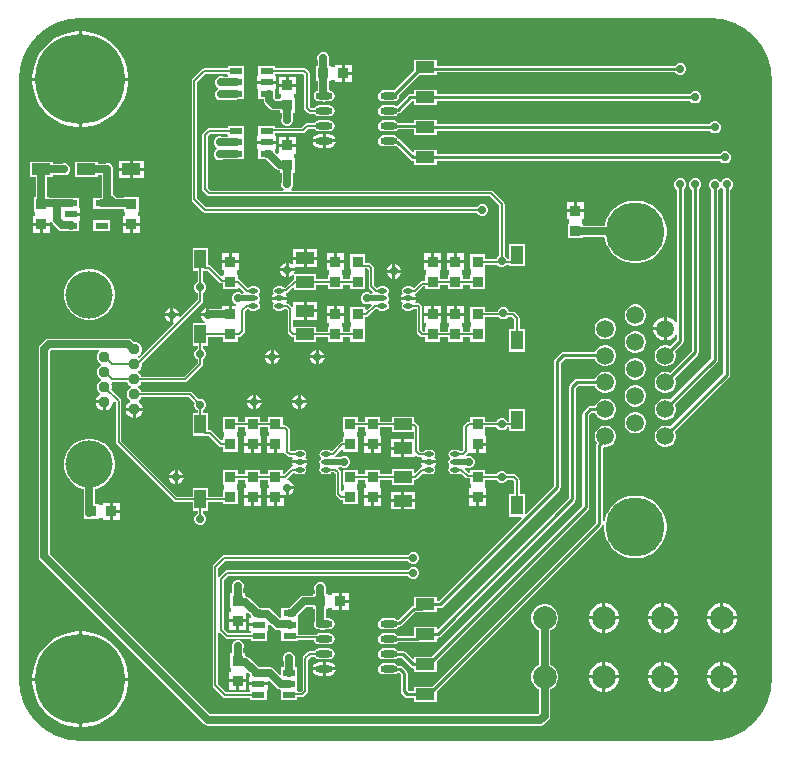
<source format=gtl>
G04*
G04 #@! TF.GenerationSoftware,Altium Limited,Altium Designer,21.2.2 (38)*
G04*
G04 Layer_Physical_Order=1*
G04 Layer_Color=255*
%FSLAX25Y25*%
%MOIN*%
G70*
G04*
G04 #@! TF.SameCoordinates,721590ED-CEA7-4866-BC24-90B372C3D9A2*
G04*
G04*
G04 #@! TF.FilePolarity,Positive*
G04*
G01*
G75*
%ADD12C,0.01000*%
%ADD30R,0.04331X0.02362*%
%ADD31R,0.03740X0.03740*%
%ADD32R,0.03740X0.03740*%
%ADD33O,0.05709X0.02362*%
%ADD34R,0.03937X0.06299*%
%ADD35R,0.06102X0.03937*%
%ADD36O,0.03150X0.01772*%
%ADD37R,0.06299X0.03937*%
%ADD38C,0.02500*%
%ADD39C,0.00600*%
%ADD40C,0.02000*%
%ADD41C,0.03740*%
%ADD42C,0.15748*%
%ADD43C,0.19685*%
%ADD44C,0.05906*%
%ADD45C,0.07874*%
%ADD46C,0.30000*%
%ADD47C,0.03000*%
%ADD48C,0.02800*%
G36*
X120778Y240458D02*
X330000Y240040D01*
X330000Y240040D01*
X330000Y240040D01*
X331312Y240037D01*
X333912Y239690D01*
X336445Y239007D01*
X338868Y237999D01*
X341138Y236684D01*
X343218Y235085D01*
X345071Y233228D01*
X346667Y231145D01*
X347977Y228872D01*
X348980Y226448D01*
X349658Y223913D01*
X350000Y221312D01*
X350000Y220000D01*
X350000Y20000D01*
X350000Y20000D01*
Y18689D01*
X349658Y16090D01*
X348979Y13557D01*
X347976Y11135D01*
X346665Y8865D01*
X345069Y6785D01*
X343215Y4931D01*
X341135Y3335D01*
X338865Y2024D01*
X336443Y1021D01*
X333910Y342D01*
X331311Y0D01*
X118689D01*
X116090Y342D01*
X113557Y1021D01*
X111135Y2024D01*
X108865Y3335D01*
X106785Y4931D01*
X104931Y6785D01*
X103335Y8865D01*
X102024Y11135D01*
X101021Y13557D01*
X100342Y16090D01*
X100000Y18689D01*
X100000Y20000D01*
Y219722D01*
X100000Y221083D01*
X100356Y223781D01*
X101061Y226410D01*
X102104Y228924D01*
X103466Y231280D01*
X105125Y233438D01*
X107051Y235361D01*
X109213Y237015D01*
X111572Y238373D01*
X114088Y239411D01*
X116718Y240111D01*
X119417Y240461D01*
X120778Y240458D01*
D02*
G37*
%LPC*%
G36*
X210563Y224870D02*
X208193D01*
Y222500D01*
X210563D01*
Y224870D01*
D02*
G37*
G36*
X238750Y226569D02*
X231250D01*
Y223018D01*
X224524Y216292D01*
X224402Y216316D01*
X221055D01*
X220360Y216178D01*
X219771Y215784D01*
X219377Y215195D01*
X219239Y214500D01*
X219377Y213805D01*
X219771Y213216D01*
X220360Y212822D01*
X221055Y212684D01*
X224402D01*
X225097Y212822D01*
X225686Y213216D01*
X226079Y213805D01*
X226218Y214500D01*
X226166Y214761D01*
X232837Y221431D01*
X238750D01*
Y222378D01*
X318300D01*
X318304Y222367D01*
X318867Y221804D01*
X319602Y221500D01*
X320398D01*
X321133Y221804D01*
X321695Y222367D01*
X322000Y223102D01*
Y223898D01*
X321695Y224633D01*
X321133Y225196D01*
X320398Y225500D01*
X319602D01*
X318867Y225196D01*
X318304Y224633D01*
X318300Y224622D01*
X238750D01*
Y226569D01*
D02*
G37*
G36*
X174616Y224521D02*
X169085D01*
Y223658D01*
X161240D01*
X160889Y223588D01*
X160591Y223389D01*
X157351Y220149D01*
X157152Y219851D01*
X157082Y219500D01*
Y180000D01*
X157152Y179649D01*
X157351Y179351D01*
X160851Y175851D01*
X161149Y175652D01*
X161500Y175582D01*
X252215D01*
X252305Y175367D01*
X252867Y174804D01*
X253602Y174500D01*
X254398D01*
X255133Y174804D01*
X255696Y175367D01*
X256000Y176102D01*
Y176898D01*
X255696Y177633D01*
X255133Y178196D01*
X254398Y178500D01*
X253602D01*
X252867Y178196D01*
X252305Y177633D01*
X252215Y177418D01*
X161880D01*
X158918Y180380D01*
Y219120D01*
X161620Y221823D01*
X168731D01*
X169085Y221469D01*
X169085Y220959D01*
X168615Y220886D01*
X167673D01*
X167398Y221000D01*
X166602D01*
X165867Y220695D01*
X165305Y220133D01*
X165000Y219398D01*
Y218602D01*
X165305Y217867D01*
X165867Y217304D01*
X165999Y217250D01*
Y216750D01*
X165867Y216695D01*
X165305Y216133D01*
X165000Y215398D01*
Y214602D01*
X165305Y213867D01*
X165867Y213304D01*
X166602Y213000D01*
X167398D01*
X168133Y213304D01*
X168133Y213305D01*
X171782D01*
X172503Y213448D01*
X172549Y213479D01*
X174616D01*
Y217041D01*
X174616D01*
Y217219D01*
X174616D01*
Y220459D01*
X174616Y220781D01*
X174616Y221281D01*
Y224521D01*
D02*
G37*
G36*
X121259Y236000D02*
X120500D01*
Y220500D01*
X136000D01*
Y221259D01*
X135606Y223747D01*
X134828Y226142D01*
X133684Y228386D01*
X132204Y230423D01*
X130423Y232204D01*
X128386Y233684D01*
X126142Y234828D01*
X123747Y235606D01*
X121259Y236000D01*
D02*
G37*
G36*
X119500D02*
X118741D01*
X116253Y235606D01*
X113858Y234828D01*
X111614Y233684D01*
X109577Y232204D01*
X107796Y230423D01*
X106316Y228386D01*
X105172Y226142D01*
X104394Y223747D01*
X104000Y221259D01*
Y220500D01*
X119500D01*
Y236000D01*
D02*
G37*
G36*
X210563Y221500D02*
X208193D01*
Y219130D01*
X210563D01*
Y221500D01*
D02*
G37*
G36*
X201398Y229000D02*
X200602D01*
X199867Y228696D01*
X199304Y228133D01*
X199000Y227398D01*
Y226602D01*
X199114Y226327D01*
Y224470D01*
X198530D01*
Y219530D01*
X199114D01*
Y216220D01*
X198904Y216178D01*
X198314Y215784D01*
X197921Y215195D01*
X197782Y214500D01*
X197921Y213805D01*
X198314Y213216D01*
X198904Y212822D01*
X199598Y212684D01*
X200716D01*
X201069Y212614D01*
X201272D01*
X201625Y212684D01*
X202945D01*
X203640Y212822D01*
X204229Y213216D01*
X204623Y213805D01*
X204761Y214500D01*
X204623Y215195D01*
X204229Y215784D01*
X203640Y216178D01*
X202945Y216316D01*
X202886D01*
Y219530D01*
X203470D01*
Y219716D01*
X203559Y219776D01*
X204823D01*
Y219130D01*
X207193D01*
Y222000D01*
Y224870D01*
X204823D01*
Y224224D01*
X203559D01*
X203470Y224284D01*
Y224470D01*
X202886D01*
Y226327D01*
X203000Y226602D01*
Y227398D01*
X202695Y228133D01*
X202133Y228696D01*
X201398Y229000D01*
D02*
G37*
G36*
X191839Y220870D02*
X189469D01*
Y218500D01*
X191839D01*
Y220870D01*
D02*
G37*
G36*
X188469D02*
X186098D01*
Y218500D01*
X188469D01*
Y220870D01*
D02*
G37*
G36*
X238750Y216568D02*
X231250D01*
Y215122D01*
X230000D01*
X230000Y215122D01*
X229571Y215036D01*
X229207Y214793D01*
X225393Y210979D01*
X225097Y211178D01*
X224402Y211316D01*
X221055D01*
X220360Y211178D01*
X219771Y210784D01*
X219377Y210195D01*
X219239Y209500D01*
X219377Y208805D01*
X219771Y208216D01*
X220360Y207822D01*
X221055Y207684D01*
X224402D01*
X225097Y207822D01*
X225686Y208216D01*
X226000Y208687D01*
X226190Y208724D01*
X226554Y208968D01*
X230465Y212878D01*
X231250D01*
Y211432D01*
X238750D01*
Y212878D01*
X323300D01*
X323305Y212867D01*
X323867Y212304D01*
X324602Y212000D01*
X325398D01*
X326133Y212304D01*
X326695Y212867D01*
X327000Y213602D01*
Y214398D01*
X326695Y215133D01*
X326133Y215696D01*
X325398Y216000D01*
X324602D01*
X323867Y215696D01*
X323305Y215133D01*
X323300Y215122D01*
X238750D01*
Y216568D01*
D02*
G37*
G36*
X184852Y224521D02*
X179321D01*
Y221181D01*
X178921D01*
Y219500D01*
X182087D01*
X185252D01*
Y221181D01*
X184852D01*
Y221823D01*
X194380D01*
X194582Y221620D01*
Y210500D01*
X194652Y210149D01*
X194851Y209851D01*
X195851Y208851D01*
X196149Y208652D01*
X196500Y208582D01*
X198070D01*
X198314Y208216D01*
X198904Y207822D01*
X199598Y207684D01*
X202945D01*
X203640Y207822D01*
X204229Y208216D01*
X204623Y208805D01*
X204761Y209500D01*
X204623Y210195D01*
X204229Y210784D01*
X203640Y211178D01*
X202945Y211316D01*
X199598D01*
X198904Y211178D01*
X198314Y210784D01*
X198070Y210418D01*
X196880D01*
X196418Y210880D01*
Y222000D01*
X196348Y222351D01*
X196149Y222649D01*
X195647Y223151D01*
X195647Y223151D01*
X195409Y223389D01*
X195111Y223588D01*
X194760Y223658D01*
X184852D01*
Y224521D01*
D02*
G37*
G36*
X238750Y206569D02*
X231250D01*
Y205622D01*
X225794D01*
X225686Y205784D01*
X225097Y206178D01*
X224402Y206316D01*
X221055D01*
X220360Y206178D01*
X219771Y205784D01*
X219377Y205195D01*
X219239Y204500D01*
X219377Y203805D01*
X219771Y203216D01*
X220360Y202822D01*
X221055Y202684D01*
X224402D01*
X225097Y202822D01*
X225686Y203216D01*
X225794Y203378D01*
X231250D01*
Y201431D01*
X238750D01*
Y202878D01*
X329800D01*
X329804Y202867D01*
X330367Y202305D01*
X331102Y202000D01*
X331898D01*
X332633Y202305D01*
X333195Y202867D01*
X333500Y203602D01*
Y204398D01*
X333195Y205133D01*
X332633Y205696D01*
X331898Y206000D01*
X331102D01*
X330367Y205696D01*
X329804Y205133D01*
X329800Y205121D01*
X238750D01*
Y206569D01*
D02*
G37*
G36*
X185252Y218500D02*
X182087D01*
X178921D01*
Y216819D01*
X179321D01*
Y213479D01*
X181116D01*
Y213149D01*
X181259Y212428D01*
X181668Y211816D01*
X183202Y210282D01*
X183814Y209874D01*
X184535Y209730D01*
X186498D01*
Y208837D01*
X187098D01*
Y207134D01*
X187000Y206898D01*
Y206102D01*
X187304Y205367D01*
X187867Y204804D01*
X188602Y204500D01*
X189398D01*
X190133Y204804D01*
X190696Y205367D01*
X191000Y206102D01*
Y206898D01*
X190870Y207210D01*
Y208837D01*
X191439D01*
Y213777D01*
X191252D01*
X191193Y213866D01*
Y215130D01*
X191839D01*
Y217500D01*
X188969D01*
X186098D01*
Y215130D01*
X186744D01*
Y213866D01*
X186661Y213777D01*
X186498D01*
Y213604D01*
X186403Y213502D01*
X185317D01*
X184888Y213931D01*
Y215000D01*
X184852Y215182D01*
Y216819D01*
X185252D01*
Y218500D01*
D02*
G37*
G36*
X136000Y219500D02*
X120500D01*
Y204000D01*
X121259D01*
X123747Y204394D01*
X126142Y205172D01*
X128386Y206316D01*
X130423Y207796D01*
X132204Y209577D01*
X133684Y211614D01*
X134828Y213858D01*
X135606Y216253D01*
X136000Y218741D01*
Y219500D01*
D02*
G37*
G36*
X119500D02*
X104000D01*
Y218741D01*
X104394Y216253D01*
X105172Y213858D01*
X106316Y211614D01*
X107796Y209577D01*
X109577Y207796D01*
X111614Y206316D01*
X113858Y205172D01*
X116253Y204394D01*
X118741Y204000D01*
X119500D01*
Y219500D01*
D02*
G37*
G36*
X202945Y206316D02*
X199598D01*
X198904Y206178D01*
X198314Y205784D01*
X198070Y205418D01*
X195625D01*
X195274Y205348D01*
X194977Y205149D01*
X193745Y203918D01*
X184852D01*
Y204521D01*
X179321D01*
Y201181D01*
X178921D01*
Y199500D01*
X182087D01*
X185252D01*
Y201181D01*
X184852D01*
Y202082D01*
X194125D01*
X194477Y202152D01*
X194774Y202351D01*
X196006Y203582D01*
X198070D01*
X198314Y203216D01*
X198904Y202822D01*
X199598Y202684D01*
X202945D01*
X203640Y202822D01*
X204229Y203216D01*
X204623Y203805D01*
X204761Y204500D01*
X204623Y205195D01*
X204229Y205784D01*
X203640Y206178D01*
X202945Y206316D01*
D02*
G37*
G36*
X174616Y204521D02*
X169085D01*
Y203658D01*
X162740D01*
X162389Y203588D01*
X162091Y203389D01*
X160851Y202149D01*
X160652Y201851D01*
X160582Y201500D01*
Y183500D01*
X160652Y183149D01*
X160851Y182851D01*
X162351Y181351D01*
X162649Y181152D01*
X163000Y181082D01*
X256620D01*
X259582Y178120D01*
Y161285D01*
X259367Y161196D01*
X258804Y160633D01*
X258588Y160110D01*
X254970D01*
Y161663D01*
X250030D01*
Y156723D01*
X250216D01*
X250276Y156634D01*
Y155059D01*
X250216Y154970D01*
X250030D01*
Y153418D01*
X247470D01*
Y154970D01*
X247284D01*
X247224Y155059D01*
Y156323D01*
X247870D01*
Y158693D01*
X245000D01*
X242130D01*
Y156323D01*
X242776D01*
Y155059D01*
X242716Y154970D01*
X242530D01*
Y153418D01*
X239970D01*
Y154970D01*
X239784D01*
X239724Y155059D01*
Y156323D01*
X240370D01*
Y158693D01*
X237500D01*
X234630D01*
Y156323D01*
X235276D01*
Y155059D01*
X235216Y154970D01*
X235030D01*
Y152874D01*
X233956D01*
X233605Y152804D01*
X233307Y152605D01*
X231311Y150609D01*
X231091Y150630D01*
X230599Y150959D01*
X230020Y151074D01*
X228642D01*
X228062Y150959D01*
X227571Y150630D01*
X227242Y150139D01*
X227127Y149559D01*
X227242Y148979D01*
X227541Y148532D01*
X227282Y148360D01*
X226865Y147736D01*
X226818Y147500D01*
X229331D01*
X231843D01*
X231796Y147736D01*
X231525Y148141D01*
X231533Y148256D01*
X231736Y148677D01*
X231910Y148711D01*
X232208Y148910D01*
X234336Y151038D01*
X235030D01*
Y150030D01*
X239970D01*
Y151582D01*
X242530D01*
Y150030D01*
X247470D01*
Y151582D01*
X250030D01*
Y150030D01*
X254970D01*
Y154970D01*
X254784D01*
X254724Y155059D01*
Y156634D01*
X254784Y156723D01*
X254970D01*
Y158275D01*
X258896D01*
X259367Y157805D01*
X260102Y157500D01*
X260898D01*
X261633Y157805D01*
X262104Y158275D01*
X262931D01*
Y157750D01*
X268069D01*
Y165250D01*
X262931D01*
Y160110D01*
X262412D01*
X262195Y160633D01*
X261633Y161196D01*
X261418Y161285D01*
Y178500D01*
X261348Y178851D01*
X261149Y179149D01*
X257649Y182649D01*
X257351Y182848D01*
X257000Y182918D01*
X190406D01*
X190246Y183418D01*
X190696Y183867D01*
X191000Y184602D01*
Y185398D01*
X190870Y185711D01*
Y188837D01*
X191439D01*
Y193777D01*
X191252D01*
X191193Y193866D01*
Y195130D01*
X191839D01*
Y197500D01*
X188969D01*
X186098D01*
Y195559D01*
X186098Y195354D01*
X185598Y195147D01*
X184852Y195893D01*
Y196819D01*
X185252D01*
Y198500D01*
X182087D01*
X178921D01*
Y196819D01*
X179321D01*
Y193479D01*
X181558D01*
X182024Y193386D01*
X185128Y190282D01*
X185740Y189874D01*
X186462Y189730D01*
X186498D01*
Y188837D01*
X187098D01*
Y185634D01*
X187000Y185398D01*
Y184602D01*
X187304Y183867D01*
X187754Y183418D01*
X187594Y182918D01*
X163380D01*
X162418Y183880D01*
Y201120D01*
X163120Y201822D01*
X168731D01*
X169085Y201469D01*
X169085Y200959D01*
X168615Y200886D01*
X167173D01*
X166898Y201000D01*
X166102D01*
X165367Y200695D01*
X164804Y200133D01*
X164500Y199398D01*
Y198602D01*
X164804Y197867D01*
X165367Y197304D01*
X165499Y197250D01*
Y196750D01*
X165367Y196695D01*
X164804Y196133D01*
X164500Y195398D01*
Y194602D01*
X164804Y193867D01*
X165367Y193305D01*
X166102Y193000D01*
X166898D01*
X167633Y193305D01*
X167702Y193374D01*
X171850D01*
X172379Y193479D01*
X174616D01*
Y197041D01*
X174616D01*
Y197219D01*
X174616D01*
Y200459D01*
X174616Y200781D01*
X174616Y201281D01*
Y204521D01*
D02*
G37*
G36*
X202945Y201724D02*
X201772D01*
Y200000D01*
X205069D01*
X204999Y200351D01*
X204517Y201073D01*
X203796Y201554D01*
X202945Y201724D01*
D02*
G37*
G36*
X200772D02*
X199598D01*
X198747Y201554D01*
X198026Y201073D01*
X197544Y200351D01*
X197474Y200000D01*
X200772D01*
Y201724D01*
D02*
G37*
G36*
X191839Y200870D02*
X189469D01*
Y198500D01*
X191839D01*
Y200870D01*
D02*
G37*
G36*
X188469D02*
X186098D01*
Y198500D01*
X188469D01*
Y200870D01*
D02*
G37*
G36*
X205069Y199000D02*
X201772D01*
Y197276D01*
X202945D01*
X203796Y197445D01*
X204517Y197927D01*
X204999Y198649D01*
X205069Y199000D01*
D02*
G37*
G36*
X200772D02*
X197474D01*
X197544Y198649D01*
X198026Y197927D01*
X198747Y197445D01*
X199598Y197276D01*
X200772D01*
Y199000D01*
D02*
G37*
G36*
X224402Y201316D02*
X221055D01*
X220360Y201178D01*
X219771Y200784D01*
X219377Y200195D01*
X219239Y199500D01*
X219377Y198805D01*
X219771Y198216D01*
X220360Y197822D01*
X221055Y197684D01*
X224402D01*
X225097Y197822D01*
X225319Y197971D01*
X230083Y193207D01*
X230083Y193207D01*
X230447Y192964D01*
X230876Y192878D01*
X231250D01*
Y191431D01*
X238750D01*
Y192878D01*
X333217D01*
X333221Y192867D01*
X333784Y192305D01*
X334519Y192000D01*
X335315D01*
X336050Y192305D01*
X336612Y192867D01*
X336917Y193602D01*
Y194398D01*
X336612Y195133D01*
X336050Y195695D01*
X335315Y196000D01*
X334519D01*
X333784Y195695D01*
X333221Y195133D01*
X333217Y195122D01*
X238750D01*
Y196569D01*
X231250D01*
Y195865D01*
X230788Y195674D01*
X226430Y200032D01*
X226066Y200275D01*
X226019Y200285D01*
X225686Y200784D01*
X225097Y201178D01*
X224402Y201316D01*
D02*
G37*
G36*
X141150Y192968D02*
X137500D01*
Y190500D01*
X141150D01*
Y192968D01*
D02*
G37*
G36*
X136500D02*
X132850D01*
Y190500D01*
X136500D01*
Y192968D01*
D02*
G37*
G36*
X110750Y192569D02*
X103250D01*
Y187432D01*
X105114D01*
Y180816D01*
X104530D01*
Y175876D01*
X104716D01*
X104776Y175787D01*
Y174524D01*
X104130D01*
Y172153D01*
X107000D01*
X109870D01*
Y172571D01*
X110370Y172620D01*
X110395Y172494D01*
X110804Y171882D01*
X112691Y169995D01*
X113303Y169586D01*
X114025Y169442D01*
X116535D01*
X116882Y169374D01*
X117411Y169479D01*
X119647D01*
Y172819D01*
X120047D01*
Y174500D01*
X116882D01*
Y175500D01*
X120047D01*
Y177181D01*
X119647D01*
Y180521D01*
X117411D01*
X116882Y180626D01*
X109470D01*
Y180816D01*
X108886D01*
Y187432D01*
X110750D01*
Y188114D01*
X113828D01*
X114102Y188000D01*
X114898D01*
X115633Y188304D01*
X116195Y188867D01*
X116500Y189602D01*
Y190398D01*
X116195Y191133D01*
X115633Y191695D01*
X114898Y192000D01*
X114102D01*
X113828Y191886D01*
X110750D01*
Y192569D01*
D02*
G37*
G36*
X141150Y189500D02*
X137500D01*
Y187031D01*
X141150D01*
Y189500D01*
D02*
G37*
G36*
X136500D02*
X132850D01*
Y187031D01*
X136500D01*
Y189500D01*
D02*
G37*
G36*
X335898Y187000D02*
X335102D01*
X334367Y186696D01*
X333804Y186133D01*
X333726Y185942D01*
X333195Y185915D01*
X332633Y186478D01*
X331898Y186782D01*
X331102D01*
X330367Y186478D01*
X329804Y185915D01*
X329500Y185180D01*
Y184384D01*
X329804Y183649D01*
X330367Y183087D01*
X330379Y183082D01*
Y126984D01*
X316595Y113201D01*
X316371Y113330D01*
X315468Y113572D01*
X314532D01*
X313629Y113330D01*
X312819Y112863D01*
X312157Y112201D01*
X311689Y111391D01*
X311447Y110487D01*
Y109552D01*
X311689Y108648D01*
X312157Y107838D01*
X312819Y107177D01*
X313629Y106709D01*
X314532Y106467D01*
X315468D01*
X316371Y106709D01*
X317181Y107177D01*
X317843Y107838D01*
X318311Y108648D01*
X318553Y109552D01*
Y110487D01*
X318311Y111391D01*
X318181Y111615D01*
X332293Y125727D01*
X332293Y125727D01*
X332536Y126091D01*
X332622Y126520D01*
Y183082D01*
X332633Y183087D01*
X333195Y183649D01*
X333275Y183840D01*
X333804Y183867D01*
X334367Y183305D01*
X334379Y183300D01*
Y122008D01*
X316595Y104225D01*
X316371Y104354D01*
X315468Y104596D01*
X314532D01*
X313629Y104354D01*
X312819Y103886D01*
X312157Y103225D01*
X311689Y102415D01*
X311447Y101511D01*
Y100576D01*
X311689Y99672D01*
X312157Y98862D01*
X312819Y98200D01*
X313629Y97733D01*
X314532Y97491D01*
X315468D01*
X316371Y97733D01*
X317181Y98200D01*
X317843Y98862D01*
X318311Y99672D01*
X318553Y100576D01*
Y101511D01*
X318311Y102415D01*
X318181Y102639D01*
X336293Y120750D01*
X336293Y120750D01*
X336536Y121114D01*
X336622Y121543D01*
X336621Y121543D01*
Y183300D01*
X336633Y183305D01*
X337195Y183867D01*
X337500Y184602D01*
Y185398D01*
X337195Y186133D01*
X336633Y186696D01*
X335898Y187000D01*
D02*
G37*
G36*
X287870Y179063D02*
X285500D01*
Y176693D01*
X287870D01*
Y179063D01*
D02*
G37*
G36*
X284500D02*
X282130D01*
Y176693D01*
X284500D01*
Y179063D01*
D02*
G37*
G36*
X125750Y192569D02*
X118250D01*
Y187432D01*
X125750D01*
Y188114D01*
X127155D01*
Y181105D01*
X127143Y180949D01*
X126727Y180549D01*
X126590Y180521D01*
X124353D01*
Y176959D01*
X126420D01*
X126465Y176929D01*
X127187Y176785D01*
X134530D01*
Y175876D01*
X134716D01*
X134776Y175787D01*
Y174524D01*
X134130D01*
Y172153D01*
X137000D01*
X139870D01*
Y174524D01*
X139224D01*
Y175787D01*
X139284Y175876D01*
X139470D01*
Y180816D01*
X134530D01*
Y180558D01*
X132112D01*
X130928Y181742D01*
Y189428D01*
X131000Y189602D01*
Y190398D01*
X130695Y191133D01*
X130133Y191695D01*
X129398Y192000D01*
X128602D01*
X128328Y191886D01*
X125750D01*
Y192569D01*
D02*
G37*
G36*
X305822Y179635D02*
X304178D01*
X302555Y179378D01*
X300992Y178870D01*
X299527Y178124D01*
X298197Y177158D01*
X297035Y175996D01*
X296069Y174666D01*
X295322Y173202D01*
X294815Y171638D01*
X294750Y171233D01*
X287470D01*
Y171970D01*
X287284D01*
X287224Y172059D01*
Y173323D01*
X287870D01*
Y175693D01*
X285000D01*
X282130D01*
Y173323D01*
X282776D01*
Y172059D01*
X282716Y171970D01*
X282530D01*
Y167030D01*
X287470D01*
Y167460D01*
X294702D01*
X294815Y166748D01*
X295322Y165184D01*
X296069Y163720D01*
X297035Y162390D01*
X298197Y161228D01*
X299527Y160262D01*
X300992Y159516D01*
X302555Y159008D01*
X304178Y158750D01*
X305822D01*
X307445Y159008D01*
X309009Y159516D01*
X310473Y160262D01*
X311803Y161228D01*
X312965Y162390D01*
X313931Y163720D01*
X314678Y165184D01*
X315185Y166748D01*
X315442Y168371D01*
Y170015D01*
X315185Y171638D01*
X314678Y173202D01*
X313931Y174666D01*
X312965Y175996D01*
X311803Y177158D01*
X310473Y178124D01*
X309009Y178870D01*
X307445Y179378D01*
X305822Y179635D01*
D02*
G37*
G36*
X129884Y173041D02*
X124353D01*
Y169479D01*
X129884D01*
Y173041D01*
D02*
G37*
G36*
X139870Y171153D02*
X137500D01*
Y168783D01*
X139870D01*
Y171153D01*
D02*
G37*
G36*
X136500D02*
X134130D01*
Y168783D01*
X136500D01*
Y171153D01*
D02*
G37*
G36*
X109870D02*
X107500D01*
Y168783D01*
X109870D01*
Y171153D01*
D02*
G37*
G36*
X106500D02*
X104130D01*
Y168783D01*
X106500D01*
Y171153D01*
D02*
G37*
G36*
X199051Y163342D02*
X195500D01*
Y160874D01*
X199051D01*
Y163342D01*
D02*
G37*
G36*
X194500D02*
X190949D01*
Y160874D01*
X194500D01*
Y163342D01*
D02*
G37*
G36*
X247870Y162063D02*
X245500D01*
Y159693D01*
X247870D01*
Y162063D01*
D02*
G37*
G36*
X240370D02*
X238000D01*
Y159693D01*
X240370D01*
Y162063D01*
D02*
G37*
G36*
X207870D02*
X205500D01*
Y159693D01*
X207870D01*
Y162063D01*
D02*
G37*
G36*
X172870D02*
X170500D01*
Y159693D01*
X172870D01*
Y162063D01*
D02*
G37*
G36*
X244500D02*
X242130D01*
Y159693D01*
X244500D01*
Y162063D01*
D02*
G37*
G36*
X237000D02*
X234630D01*
Y159693D01*
X237000D01*
Y162063D01*
D02*
G37*
G36*
X204500D02*
X202130D01*
Y159693D01*
X204500D01*
Y162063D01*
D02*
G37*
G36*
X169500D02*
X167130D01*
Y159693D01*
X169500D01*
Y162063D01*
D02*
G37*
G36*
X194500Y159874D02*
X190949D01*
Y158599D01*
X190487Y158407D01*
X190359Y158535D01*
X189500Y158891D01*
Y157000D01*
X191402D01*
X191673Y157405D01*
X194500D01*
Y159874D01*
D02*
G37*
G36*
X199051D02*
X195500D01*
Y157405D01*
X199051D01*
Y159874D01*
D02*
G37*
G36*
X188500Y158891D02*
X187641Y158535D01*
X186965Y157860D01*
X186609Y157000D01*
X188500D01*
Y158891D01*
D02*
G37*
G36*
X225000Y158391D02*
Y156500D01*
X226891D01*
X226535Y157360D01*
X225859Y158035D01*
X225000Y158391D01*
D02*
G37*
G36*
X224000D02*
X223141Y158035D01*
X222465Y157360D01*
X222109Y156500D01*
X224000D01*
Y158391D01*
D02*
G37*
G36*
X188500Y156000D02*
X186609D01*
X186965Y155140D01*
X187641Y154465D01*
X188500Y154109D01*
Y156000D01*
D02*
G37*
G36*
X226891Y155500D02*
X225000D01*
Y153609D01*
X225859Y153965D01*
X226535Y154640D01*
X226891Y155500D01*
D02*
G37*
G36*
X224000D02*
X222109D01*
X222465Y154640D01*
X223141Y153965D01*
X224000Y153609D01*
Y155500D01*
D02*
G37*
G36*
X214970Y161663D02*
X210030D01*
Y156723D01*
X210216D01*
X210276Y156634D01*
Y155059D01*
X210216Y154970D01*
X210030D01*
Y153418D01*
X207470D01*
Y154970D01*
X207284D01*
X207224Y155059D01*
Y156323D01*
X207870D01*
Y158693D01*
X205000D01*
X202130D01*
Y156323D01*
X202776D01*
Y155059D01*
X202716Y154970D01*
X202530D01*
Y153418D01*
X198651D01*
Y155069D01*
X191716Y155069D01*
X191546Y155069D01*
X191367Y155281D01*
X191367Y155281D01*
Y155281D01*
X191297Y155774D01*
X191391Y156000D01*
X189500D01*
Y154109D01*
X190359Y154465D01*
X190612Y154718D01*
X191063Y154866D01*
X191063Y154866D01*
D01*
X191349Y154748D01*
X191349Y154650D01*
X191349Y154650D01*
X191349Y154650D01*
Y153308D01*
X191049Y153248D01*
X190751Y153049D01*
X188528Y150825D01*
X188091Y150630D01*
X187599Y150959D01*
X187020Y151074D01*
X185642D01*
X185062Y150959D01*
X184571Y150630D01*
X184242Y150139D01*
X184127Y149559D01*
X184242Y148979D01*
X184541Y148532D01*
X184282Y148360D01*
X183865Y147736D01*
X183818Y147500D01*
X186331D01*
X188843D01*
X188796Y147736D01*
X188429Y148285D01*
X188513Y148576D01*
X188642Y148785D01*
X188703D01*
X189054Y148855D01*
X189352Y149054D01*
X190887Y150589D01*
X191349Y150398D01*
Y149932D01*
X198651D01*
Y151582D01*
X202530D01*
Y150030D01*
X207470D01*
Y151582D01*
X210030D01*
Y150030D01*
X214970D01*
Y154970D01*
X214970D01*
X214724Y155446D01*
Y156634D01*
X214799Y156723D01*
X214970D01*
Y156925D01*
X215047Y157016D01*
X215686D01*
X216082Y156620D01*
Y151000D01*
X216152Y150649D01*
X216351Y150351D01*
X217571Y149131D01*
X217364Y148631D01*
X216697D01*
X216633Y148696D01*
X215898Y149000D01*
X215102D01*
X214367Y148696D01*
X213805Y148133D01*
X213500Y147398D01*
Y146602D01*
X213805Y145867D01*
X214367Y145305D01*
X215102Y145000D01*
X215898D01*
X216633Y145305D01*
X216897Y145228D01*
X217062Y144695D01*
X215470Y143103D01*
X214970Y143310D01*
Y144163D01*
X210030D01*
Y139223D01*
X210216D01*
X210276Y139134D01*
Y137559D01*
X210216Y137470D01*
X210030D01*
Y135918D01*
X207470D01*
Y137470D01*
X207284D01*
X207224Y137559D01*
Y138823D01*
X207870D01*
Y141193D01*
X205000D01*
X202130D01*
Y138823D01*
X202776D01*
Y137559D01*
X202716Y137470D01*
X202530D01*
Y135918D01*
X198651D01*
Y137568D01*
X191349D01*
Y137568D01*
X190918Y137735D01*
Y139418D01*
X190949Y139906D01*
X191418Y139906D01*
X194500D01*
Y142874D01*
Y145843D01*
X190949D01*
Y144439D01*
X190449Y144232D01*
X189591Y145090D01*
X189294Y145289D01*
X188943Y145359D01*
X188789D01*
X188525Y145859D01*
X188796Y146264D01*
X188843Y146500D01*
X186331D01*
X183818D01*
X183865Y146264D01*
X184282Y145640D01*
X184541Y145468D01*
X184242Y145021D01*
X184127Y144441D01*
X184242Y143861D01*
X184571Y143370D01*
X185062Y143041D01*
X185642Y142926D01*
X187020D01*
X187599Y143041D01*
X188091Y143370D01*
X188113Y143402D01*
X188648Y143438D01*
X189082Y143003D01*
Y136000D01*
X189152Y135649D01*
X189351Y135351D01*
X190351Y134351D01*
X190649Y134152D01*
X191000Y134082D01*
X191349D01*
Y132431D01*
X198651D01*
Y134082D01*
X202530D01*
Y132530D01*
X207470D01*
Y134082D01*
X210030D01*
Y132530D01*
X214970D01*
Y137470D01*
X214784D01*
X214724Y137559D01*
Y139134D01*
X214784Y139223D01*
X214970D01*
Y140775D01*
X215358D01*
X215709Y140845D01*
X216007Y141044D01*
X218360Y143398D01*
X218909Y143370D01*
X219401Y143041D01*
X219980Y142926D01*
X221358D01*
X221938Y143041D01*
X222429Y143370D01*
X222758Y143861D01*
X222873Y144441D01*
X222758Y145021D01*
X222429Y145512D01*
Y145929D01*
X222758Y146420D01*
X222873Y147000D01*
X222758Y147580D01*
X222515Y147943D01*
X222462Y148280D01*
X222515Y148616D01*
X222758Y148979D01*
X222873Y149559D01*
X222758Y150139D01*
X222429Y150630D01*
X221938Y150959D01*
X221358Y151074D01*
X219980D01*
X219401Y150959D01*
X218909Y150630D01*
X218689Y150609D01*
X217918Y151380D01*
Y157000D01*
X217848Y157351D01*
X217649Y157649D01*
X216715Y158583D01*
X216417Y158782D01*
X216066Y158852D01*
X214970D01*
Y161663D01*
D02*
G37*
G36*
X199051Y145843D02*
X195500D01*
Y143374D01*
X199051D01*
Y145843D01*
D02*
G37*
G36*
X162568Y163750D02*
X157431D01*
Y156250D01*
X159082D01*
Y152435D01*
X158867Y152346D01*
X158305Y151783D01*
X158000Y151048D01*
Y150252D01*
X158305Y149517D01*
X158867Y148954D01*
X159082Y148865D01*
Y146477D01*
X153309Y140704D01*
X152885Y140987D01*
X152891Y141000D01*
X151000D01*
Y139109D01*
X151013Y139115D01*
X151296Y138691D01*
X139549Y126944D01*
X139399Y127094D01*
X139072Y127229D01*
Y127771D01*
X139399Y127906D01*
X140094Y128601D01*
X140470Y129509D01*
Y130491D01*
X140094Y131399D01*
X139399Y132094D01*
X138491Y132470D01*
X137809D01*
X137226Y133052D01*
X136615Y133461D01*
X135893Y133605D01*
X109465D01*
X108743Y133461D01*
X108131Y133052D01*
X106666Y131588D01*
X106257Y130976D01*
X106114Y130254D01*
Y61000D01*
X106257Y60278D01*
X106666Y59666D01*
X161166Y5166D01*
X161778Y4757D01*
X162500Y4614D01*
X273351D01*
X274072Y4757D01*
X274684Y5166D01*
X276149Y6631D01*
X276558Y7243D01*
X276701Y7965D01*
Y16665D01*
X277601Y17185D01*
X278446Y18029D01*
X279043Y19064D01*
X279352Y20218D01*
Y21412D01*
X279043Y22566D01*
X278446Y23601D01*
X277601Y24445D01*
X276701Y24965D01*
Y36350D01*
X277601Y36869D01*
X278446Y37714D01*
X279043Y38749D01*
X279352Y39903D01*
Y41097D01*
X279043Y42251D01*
X278446Y43286D01*
X277601Y44131D01*
X276566Y44728D01*
X275412Y45037D01*
X274218D01*
X273064Y44728D01*
X272029Y44131D01*
X271184Y43286D01*
X270587Y42251D01*
X270278Y41097D01*
Y39903D01*
X270587Y38749D01*
X271184Y37714D01*
X272029Y36869D01*
X272929Y36350D01*
Y24965D01*
X272029Y24445D01*
X271184Y23601D01*
X270587Y22566D01*
X270278Y21412D01*
Y20218D01*
X270587Y19064D01*
X271184Y18029D01*
X272029Y17185D01*
X272929Y16665D01*
Y8746D01*
X272569Y8386D01*
X163281D01*
X109886Y61781D01*
Y129473D01*
X110246Y129832D01*
X126132D01*
X126339Y129332D01*
X125906Y128899D01*
X125530Y127991D01*
Y127009D01*
X125906Y126101D01*
X126601Y125406D01*
X126928Y125271D01*
Y124729D01*
X126601Y124594D01*
X125906Y123899D01*
X125530Y122991D01*
Y122009D01*
X125906Y121101D01*
X126601Y120406D01*
X126928Y120271D01*
Y119729D01*
X126601Y119594D01*
X125906Y118899D01*
X125530Y117991D01*
Y117009D01*
X125906Y116101D01*
X126488Y115519D01*
X126497Y115057D01*
X126458Y114924D01*
X126238Y114797D01*
X125703Y114262D01*
X125326Y113608D01*
X125163Y113000D01*
X128000D01*
Y112500D01*
X128500D01*
Y109663D01*
X129108Y109826D01*
X129762Y110203D01*
X130297Y110738D01*
X130675Y111392D01*
X130870Y112122D01*
Y112625D01*
X131370Y112832D01*
X131856Y112346D01*
Y99226D01*
X131926Y98875D01*
X132125Y98577D01*
X151351Y79351D01*
X151649Y79152D01*
X152000Y79082D01*
X157431D01*
Y76250D01*
X159082D01*
Y75285D01*
X158867Y75195D01*
X158305Y74633D01*
X158000Y73898D01*
Y73102D01*
X158305Y72367D01*
X158867Y71804D01*
X159602Y71500D01*
X160398D01*
X161133Y71804D01*
X161696Y72367D01*
X162000Y73102D01*
Y73898D01*
X161696Y74633D01*
X161133Y75195D01*
X160918Y75285D01*
Y76250D01*
X162568D01*
Y79082D01*
X167530D01*
Y78337D01*
X172470D01*
Y83277D01*
X172284D01*
X172224Y83366D01*
Y84941D01*
X172284Y85030D01*
X172470D01*
Y86582D01*
X175030D01*
Y85030D01*
X175216D01*
X175276Y84941D01*
Y83677D01*
X174630D01*
Y81307D01*
X177500D01*
X180370D01*
Y83677D01*
X179724D01*
Y84941D01*
X179784Y85030D01*
X179970D01*
Y86582D01*
X182530D01*
Y85030D01*
X182716D01*
X182776Y84941D01*
Y83677D01*
X182130D01*
Y81307D01*
X185000D01*
X187870D01*
Y81343D01*
X188286Y81621D01*
X188475Y81542D01*
Y83933D01*
X188975D01*
Y84433D01*
X191365D01*
X191009Y85292D01*
X190334Y85967D01*
X189452Y86333D01*
X188938D01*
X188786Y86833D01*
X188814Y86851D01*
X190860Y88898D01*
X191409Y88870D01*
X191901Y88541D01*
X192480Y88426D01*
X193858D01*
X194438Y88541D01*
X194930Y88870D01*
X195258Y89361D01*
X195373Y89941D01*
X195258Y90521D01*
X194959Y90968D01*
X195218Y91140D01*
X195635Y91764D01*
X195682Y92000D01*
X193169D01*
X190657D01*
X190704Y91764D01*
X190975Y91359D01*
X190711Y90859D01*
X190606D01*
X190255Y90789D01*
X189957Y90590D01*
X187970Y88603D01*
X187470Y88810D01*
Y89970D01*
X182530D01*
Y88418D01*
X179970D01*
Y89970D01*
X175030D01*
Y88418D01*
X172470D01*
Y89970D01*
X167530D01*
Y85030D01*
X167716D01*
X167776Y84941D01*
Y83366D01*
X167716Y83277D01*
X167530D01*
Y80918D01*
X162568D01*
Y83750D01*
X157431D01*
Y80918D01*
X152380D01*
X133691Y99606D01*
Y112726D01*
X133622Y113077D01*
X133423Y113375D01*
X130271Y116527D01*
X130470Y117009D01*
Y117991D01*
X130205Y118631D01*
X130409Y118942D01*
X130559Y119082D01*
X135706D01*
X135906Y118601D01*
X136601Y117906D01*
X136928Y117771D01*
Y117229D01*
X136601Y117094D01*
X135906Y116399D01*
X135530Y115491D01*
Y114509D01*
X135906Y113601D01*
X136488Y113019D01*
X136497Y112557D01*
X136458Y112424D01*
X136238Y112297D01*
X135703Y111762D01*
X135326Y111108D01*
X135163Y110500D01*
X138000D01*
X140837D01*
X140674Y111108D01*
X140297Y111762D01*
X139762Y112297D01*
X139542Y112424D01*
X139503Y112557D01*
X139512Y113019D01*
X140094Y113601D01*
X140294Y114082D01*
X156120D01*
X158089Y112113D01*
X158000Y111898D01*
Y111102D01*
X158305Y110367D01*
X158867Y109804D01*
X159082Y109715D01*
Y108750D01*
X157431D01*
Y101250D01*
X161580D01*
X161669Y101233D01*
X162748D01*
X166322Y97658D01*
X166620Y97459D01*
X166971Y97389D01*
X167530D01*
Y95837D01*
X172470D01*
Y100777D01*
X172284D01*
X172224Y100866D01*
Y102441D01*
X172284Y102530D01*
X172470D01*
Y104082D01*
X175030D01*
Y102530D01*
X175216D01*
X175276Y102441D01*
Y101177D01*
X174630D01*
Y98807D01*
X177500D01*
X180370D01*
Y101177D01*
X179724D01*
Y102441D01*
X179784Y102530D01*
X179970D01*
Y104082D01*
X182530D01*
Y102530D01*
X182716D01*
X182776Y102441D01*
Y101177D01*
X182130D01*
Y98807D01*
X185000D01*
Y98307D01*
X185500D01*
Y95437D01*
X187870D01*
X187870Y95437D01*
X188303Y95275D01*
X188351Y95203D01*
X189144Y94410D01*
X189441Y94211D01*
X189792Y94141D01*
X190711D01*
X190975Y93641D01*
X190704Y93236D01*
X190657Y93000D01*
X193169D01*
X195682D01*
X195635Y93236D01*
X195218Y93860D01*
X194959Y94032D01*
X195258Y94479D01*
X195373Y95059D01*
X195258Y95639D01*
X194930Y96130D01*
X194438Y96459D01*
X193858Y96574D01*
X192480D01*
X191901Y96459D01*
X191409Y96130D01*
X191306Y95977D01*
X190173D01*
X189918Y96232D01*
Y103000D01*
X189848Y103351D01*
X189649Y103649D01*
X188908Y104390D01*
X188610Y104589D01*
X188259Y104659D01*
X187470D01*
Y107470D01*
X182530D01*
Y105918D01*
X179970D01*
Y107470D01*
X175030D01*
Y105918D01*
X172470D01*
Y107470D01*
X167530D01*
Y102530D01*
X167716D01*
X167776Y102441D01*
Y100866D01*
X167716Y100777D01*
X167530D01*
Y99753D01*
X167030Y99546D01*
X163776Y102799D01*
X163479Y102998D01*
X163128Y103068D01*
X162568D01*
Y108750D01*
X160918D01*
Y109715D01*
X161133Y109804D01*
X161696Y110367D01*
X162000Y111102D01*
Y111898D01*
X161696Y112633D01*
X161133Y113196D01*
X160398Y113500D01*
X159602D01*
X159387Y113411D01*
X157149Y115649D01*
X156851Y115848D01*
X156500Y115918D01*
X140294D01*
X140094Y116399D01*
X139399Y117094D01*
X139072Y117229D01*
Y117771D01*
X139399Y117906D01*
X140094Y118601D01*
X140294Y119082D01*
X155000D01*
X155351Y119152D01*
X155649Y119351D01*
X160649Y124351D01*
X160848Y124649D01*
X160918Y125000D01*
Y126715D01*
X161133Y126804D01*
X161696Y127367D01*
X162000Y128102D01*
Y128898D01*
X161696Y129633D01*
X161133Y130195D01*
X160918Y130285D01*
Y131250D01*
X162568D01*
Y134082D01*
X167530D01*
Y132530D01*
X172470D01*
Y134082D01*
X173000D01*
X173351Y134152D01*
X173649Y134351D01*
X174649Y135351D01*
X174848Y135649D01*
X174918Y136000D01*
Y142620D01*
X175689Y143391D01*
X175909Y143370D01*
X176401Y143041D01*
X176980Y142926D01*
X178358D01*
X178938Y143041D01*
X179429Y143370D01*
X179758Y143861D01*
X179873Y144441D01*
X179758Y145021D01*
X179429Y145512D01*
Y145929D01*
X179758Y146420D01*
X179873Y147000D01*
X179758Y147580D01*
X179515Y147943D01*
X179462Y148280D01*
X179515Y148616D01*
X179758Y148979D01*
X179873Y149559D01*
X179758Y150139D01*
X179429Y150630D01*
X178938Y150959D01*
X178358Y151074D01*
X176980D01*
X176401Y150959D01*
X175909Y150630D01*
X175689Y150609D01*
X173149Y153149D01*
X172851Y153348D01*
X172500Y153418D01*
X172470D01*
Y154970D01*
X172284D01*
X172224Y155059D01*
Y156323D01*
X172870D01*
Y158693D01*
X170000D01*
X167130D01*
Y156323D01*
X167776D01*
Y155059D01*
X167716Y154970D01*
X167530D01*
Y154475D01*
X167030Y154268D01*
X163498Y157799D01*
X163201Y157998D01*
X162850Y158068D01*
X162568D01*
Y163750D01*
D02*
G37*
G36*
X247870Y144563D02*
X245500D01*
Y142193D01*
X247870D01*
Y144563D01*
D02*
G37*
G36*
X240370D02*
X238000D01*
Y142193D01*
X240370D01*
Y144563D01*
D02*
G37*
G36*
X207870D02*
X205500D01*
Y142193D01*
X207870D01*
Y144563D01*
D02*
G37*
G36*
X244500D02*
X242130D01*
Y142193D01*
X244500D01*
Y144563D01*
D02*
G37*
G36*
X237000D02*
X234630D01*
Y142193D01*
X237000D01*
Y144563D01*
D02*
G37*
G36*
X204500D02*
X202130D01*
Y142193D01*
X204500D01*
Y144563D01*
D02*
G37*
G36*
X151000Y143891D02*
Y142000D01*
X152891D01*
X152535Y142859D01*
X151859Y143535D01*
X151000Y143891D01*
D02*
G37*
G36*
X150000D02*
X149141Y143535D01*
X148465Y142859D01*
X148109Y142000D01*
X150000D01*
Y143891D01*
D02*
G37*
G36*
X199051Y142374D02*
X195500D01*
Y139906D01*
X199051D01*
Y142374D01*
D02*
G37*
G36*
X123835Y156722D02*
X122165D01*
X120528Y156396D01*
X118986Y155758D01*
X117598Y154830D01*
X116418Y153650D01*
X115490Y152262D01*
X114852Y150720D01*
X114526Y149083D01*
Y147413D01*
X114852Y145776D01*
X115490Y144234D01*
X116418Y142846D01*
X117598Y141666D01*
X118986Y140738D01*
X120528Y140100D01*
X122165Y139774D01*
X123835D01*
X125472Y140100D01*
X127014Y140738D01*
X128402Y141666D01*
X129582Y142846D01*
X130510Y144234D01*
X131148Y145776D01*
X131474Y147413D01*
Y149083D01*
X131148Y150720D01*
X130510Y152262D01*
X129582Y153650D01*
X128402Y154830D01*
X127014Y155758D01*
X125472Y156396D01*
X123835Y156722D01*
D02*
G37*
G36*
X150000Y141000D02*
X148109D01*
X148465Y140140D01*
X149141Y139465D01*
X150000Y139109D01*
Y141000D01*
D02*
G37*
G36*
X320398Y187000D02*
X319602D01*
X318867Y186696D01*
X318304Y186133D01*
X318000Y185398D01*
Y184602D01*
X318304Y183867D01*
X318867Y183305D01*
X318879Y183300D01*
Y139137D01*
X318378Y139003D01*
X318163Y139376D01*
X317427Y140112D01*
X316526Y140632D01*
X315520Y140902D01*
X315500D01*
Y136949D01*
Y132996D01*
X315520D01*
X316526Y133265D01*
X317427Y133786D01*
X318163Y134522D01*
X318378Y134895D01*
X318879Y134761D01*
Y133437D01*
X316595Y131154D01*
X316371Y131283D01*
X315468Y131525D01*
X314532D01*
X313629Y131283D01*
X312819Y130815D01*
X312157Y130154D01*
X311689Y129344D01*
X311447Y128440D01*
Y127505D01*
X311689Y126601D01*
X312157Y125791D01*
X312819Y125129D01*
X313629Y124662D01*
X314532Y124420D01*
X315468D01*
X316371Y124662D01*
X317181Y125129D01*
X317843Y125791D01*
X318311Y126601D01*
X318553Y127505D01*
Y128440D01*
X318311Y129344D01*
X318181Y129568D01*
X320793Y132179D01*
X320793Y132179D01*
X321036Y132543D01*
X321122Y132972D01*
X321122Y132973D01*
Y183300D01*
X321133Y183305D01*
X321695Y183867D01*
X322000Y184602D01*
Y185398D01*
X321695Y186133D01*
X321133Y186696D01*
X320398Y187000D01*
D02*
G37*
G36*
X305468Y144990D02*
X304532D01*
X303629Y144748D01*
X302819Y144280D01*
X302157Y143619D01*
X301689Y142808D01*
X301447Y141905D01*
Y140969D01*
X301689Y140066D01*
X302157Y139256D01*
X302819Y138594D01*
X303629Y138126D01*
X304532Y137884D01*
X305468D01*
X306371Y138126D01*
X307181Y138594D01*
X307843Y139256D01*
X308311Y140066D01*
X308553Y140969D01*
Y141905D01*
X308311Y142808D01*
X307843Y143619D01*
X307181Y144280D01*
X306371Y144748D01*
X305468Y144990D01*
D02*
G37*
G36*
X314500Y140902D02*
X314480D01*
X313474Y140632D01*
X312573Y140112D01*
X311837Y139376D01*
X311317Y138475D01*
X311047Y137469D01*
Y137449D01*
X314500D01*
Y140902D01*
D02*
G37*
G36*
X295468Y140502D02*
X294532D01*
X293629Y140260D01*
X292819Y139792D01*
X292157Y139130D01*
X291689Y138320D01*
X291447Y137417D01*
Y136481D01*
X291689Y135577D01*
X292157Y134767D01*
X292819Y134106D01*
X293629Y133638D01*
X294532Y133396D01*
X295468D01*
X296371Y133638D01*
X297181Y134106D01*
X297843Y134767D01*
X298311Y135577D01*
X298553Y136481D01*
Y137417D01*
X298311Y138320D01*
X297843Y139130D01*
X297181Y139792D01*
X296371Y140260D01*
X295468Y140502D01*
D02*
G37*
G36*
X314500Y136449D02*
X311047D01*
Y136428D01*
X311317Y135423D01*
X311837Y134522D01*
X312573Y133786D01*
X313474Y133265D01*
X314480Y132996D01*
X314500D01*
Y136449D01*
D02*
G37*
G36*
X231843Y146500D02*
X229331D01*
X226818D01*
X226865Y146264D01*
X227282Y145640D01*
X227541Y145468D01*
X227242Y145021D01*
X227127Y144441D01*
X227242Y143861D01*
X227571Y143370D01*
X228062Y143041D01*
X228642Y142926D01*
X230020D01*
X230599Y143041D01*
X231091Y143370D01*
X231233Y143582D01*
X232082D01*
Y136000D01*
X232152Y135649D01*
X232351Y135351D01*
X233351Y134351D01*
X233649Y134152D01*
X234000Y134082D01*
X235030D01*
Y132530D01*
X239970D01*
Y134082D01*
X242530D01*
Y132530D01*
X247470D01*
Y134082D01*
X250030D01*
Y132530D01*
X254970D01*
Y137470D01*
X254784D01*
X254724Y137559D01*
Y139134D01*
X254784Y139223D01*
X254970D01*
Y140775D01*
X259396D01*
X259867Y140305D01*
X260602Y140000D01*
X261398D01*
X262133Y140305D01*
X262604Y140775D01*
X263927D01*
X264582Y140120D01*
Y136750D01*
X262931D01*
Y129250D01*
X268069D01*
Y136750D01*
X266418D01*
Y140500D01*
X266348Y140851D01*
X266149Y141149D01*
X264956Y142342D01*
X264658Y142541D01*
X264307Y142611D01*
X262912D01*
X262696Y143133D01*
X262133Y143695D01*
X261398Y144000D01*
X260602D01*
X259867Y143695D01*
X259304Y143133D01*
X259088Y142611D01*
X254970D01*
Y144163D01*
X250030D01*
Y139223D01*
X250216D01*
X250276Y139134D01*
Y137559D01*
X250216Y137470D01*
X250030D01*
Y135918D01*
X247470D01*
Y137470D01*
X247284D01*
X247224Y137559D01*
Y138823D01*
X247870D01*
Y141193D01*
X245000D01*
X242130D01*
Y138823D01*
X242776D01*
Y137559D01*
X242716Y137470D01*
X242530D01*
Y135918D01*
X239970D01*
Y137470D01*
X239784D01*
X239724Y137559D01*
Y138823D01*
X240370D01*
Y141193D01*
X237500D01*
X234630D01*
Y138823D01*
X235276D01*
Y137559D01*
X235216Y137470D01*
X235030D01*
Y135918D01*
X234380D01*
X233918Y136380D01*
Y144000D01*
X233848Y144351D01*
X233649Y144649D01*
X233149Y145149D01*
X232851Y145348D01*
X232500Y145418D01*
X231832D01*
X231564Y145918D01*
X231796Y146264D01*
X231843Y146500D01*
D02*
G37*
G36*
X295468Y131525D02*
X294532D01*
X293629Y131283D01*
X292819Y130815D01*
X292157Y130154D01*
X291689Y129344D01*
X291630Y129122D01*
X281000D01*
X281000Y129122D01*
X280571Y129036D01*
X280207Y128793D01*
X280207Y128793D01*
X278207Y126793D01*
X277964Y126429D01*
X277878Y126000D01*
X277878Y126000D01*
Y84465D01*
X268530Y75117D01*
X268069Y75308D01*
Y81750D01*
X266418D01*
Y86500D01*
X266348Y86851D01*
X266149Y87149D01*
X265149Y88149D01*
X264851Y88348D01*
X264500Y88418D01*
X262285D01*
X262195Y88633D01*
X261633Y89196D01*
X260898Y89500D01*
X260102D01*
X259367Y89196D01*
X258804Y88633D01*
X258715Y88418D01*
X254970D01*
Y89970D01*
X250030D01*
Y88836D01*
X249462D01*
X248221Y90077D01*
X248272Y90727D01*
X248367Y90804D01*
X249102Y90500D01*
X249898D01*
X250633Y90804D01*
X251196Y91367D01*
X251500Y92102D01*
Y92898D01*
X251196Y93633D01*
X250633Y94195D01*
X249898Y94500D01*
X249102D01*
X248737Y94349D01*
X248454Y94773D01*
X249130Y95449D01*
X249630Y95437D01*
X249630Y95437D01*
X252000D01*
Y98307D01*
X252500D01*
Y98807D01*
X255370D01*
Y101177D01*
X254724D01*
Y102441D01*
X254784Y102530D01*
X254970D01*
Y104082D01*
X258715D01*
X258804Y103867D01*
X259367Y103305D01*
X260102Y103000D01*
X260898D01*
X261633Y103305D01*
X262195Y103867D01*
X262285Y104082D01*
X262931D01*
Y102750D01*
X268069D01*
Y110250D01*
X262931D01*
Y105918D01*
X262285D01*
X262195Y106133D01*
X261633Y106695D01*
X260898Y107000D01*
X260102D01*
X259367Y106695D01*
X258804Y106133D01*
X258715Y105918D01*
X254970D01*
Y107470D01*
X250030D01*
Y105918D01*
X249500D01*
X249149Y105848D01*
X248851Y105649D01*
X247851Y104649D01*
X247652Y104351D01*
X247582Y104000D01*
Y96497D01*
X247148Y96062D01*
X246613Y96098D01*
X246591Y96130D01*
X246099Y96459D01*
X245520Y96574D01*
X244142D01*
X243562Y96459D01*
X243071Y96130D01*
X242742Y95639D01*
X242627Y95059D01*
X242742Y94479D01*
X243071Y93988D01*
Y93571D01*
X242742Y93080D01*
X242627Y92500D01*
X242742Y91920D01*
X242985Y91557D01*
X243038Y91220D01*
X242985Y90885D01*
X242742Y90521D01*
X242627Y89941D01*
X242742Y89361D01*
X243071Y88870D01*
X243562Y88541D01*
X244142Y88426D01*
X245520D01*
X246099Y88541D01*
X246591Y88870D01*
X246811Y88891D01*
X248432Y87270D01*
X248730Y87071D01*
X249081Y87001D01*
X250030D01*
Y85030D01*
X250216D01*
X250276Y84941D01*
Y83677D01*
X249630D01*
Y81307D01*
X252500D01*
X255370D01*
Y83677D01*
X254724D01*
Y84941D01*
X254784Y85030D01*
X254970D01*
Y86582D01*
X258715D01*
X258804Y86367D01*
X259367Y85804D01*
X260102Y85500D01*
X260898D01*
X261633Y85804D01*
X262195Y86367D01*
X262285Y86582D01*
X264120D01*
X264582Y86120D01*
Y81750D01*
X262931D01*
Y74250D01*
X267011D01*
X267202Y73788D01*
X239535Y46122D01*
X238750D01*
Y47569D01*
X231250D01*
Y45166D01*
X231198Y44684D01*
X230769Y44599D01*
X230405Y44356D01*
X225857Y39808D01*
X225650D01*
X225097Y40178D01*
X224402Y40316D01*
X221055D01*
X220360Y40178D01*
X219771Y39784D01*
X219377Y39195D01*
X219239Y38500D01*
X219377Y37805D01*
X219771Y37216D01*
X220360Y36822D01*
X221055Y36684D01*
X224402D01*
X225097Y36822D01*
X225686Y37216D01*
X225919Y37565D01*
X226322D01*
X226322Y37565D01*
X226751Y37650D01*
X227115Y37894D01*
X231653Y42432D01*
X238750D01*
Y43878D01*
X240000D01*
X240000Y43878D01*
X240429Y43964D01*
X240793Y44207D01*
X279793Y83207D01*
X279793Y83207D01*
X280036Y83571D01*
X280122Y84000D01*
X280121Y84000D01*
Y125535D01*
X281465Y126878D01*
X291615D01*
X291689Y126601D01*
X292157Y125791D01*
X292819Y125129D01*
X293629Y124662D01*
X294532Y124420D01*
X295468D01*
X296371Y124662D01*
X297181Y125129D01*
X297843Y125791D01*
X298311Y126601D01*
X298553Y127505D01*
Y128440D01*
X298311Y129344D01*
X297843Y130154D01*
X297181Y130815D01*
X296371Y131283D01*
X295468Y131525D01*
D02*
G37*
G36*
X305468Y136013D02*
X304532D01*
X303629Y135771D01*
X302819Y135303D01*
X302157Y134642D01*
X301689Y133832D01*
X301447Y132928D01*
Y131993D01*
X301689Y131089D01*
X302157Y130279D01*
X302819Y129618D01*
X303629Y129150D01*
X304532Y128908D01*
X305468D01*
X306371Y129150D01*
X307181Y129618D01*
X307843Y130279D01*
X308311Y131089D01*
X308553Y131993D01*
Y132928D01*
X308311Y133832D01*
X307843Y134642D01*
X307181Y135303D01*
X306371Y135771D01*
X305468Y136013D01*
D02*
G37*
G36*
X199500Y129891D02*
Y128000D01*
X201391D01*
X201035Y128859D01*
X200360Y129535D01*
X199500Y129891D01*
D02*
G37*
G36*
X198500D02*
X197641Y129535D01*
X196965Y128859D01*
X196609Y128000D01*
X198500D01*
Y129891D01*
D02*
G37*
G36*
X184500D02*
Y128000D01*
X186391D01*
X186035Y128859D01*
X185360Y129535D01*
X184500Y129891D01*
D02*
G37*
G36*
X183500D02*
X182641Y129535D01*
X181965Y128859D01*
X181609Y128000D01*
X183500D01*
Y129891D01*
D02*
G37*
G36*
X201391Y127000D02*
X199500D01*
Y125109D01*
X200360Y125465D01*
X201035Y126140D01*
X201391Y127000D01*
D02*
G37*
G36*
X198500D02*
X196609D01*
X196965Y126140D01*
X197641Y125465D01*
X198500Y125109D01*
Y127000D01*
D02*
G37*
G36*
X186391D02*
X184500D01*
Y125109D01*
X185360Y125465D01*
X186035Y126140D01*
X186391Y127000D01*
D02*
G37*
G36*
X183500D02*
X181609D01*
X181965Y126140D01*
X182641Y125465D01*
X183500Y125109D01*
Y127000D01*
D02*
G37*
G36*
X325398Y187000D02*
X324602D01*
X323867Y186696D01*
X323305Y186133D01*
X323000Y185398D01*
Y184602D01*
X323305Y183867D01*
X323867Y183305D01*
X323879Y183300D01*
Y129461D01*
X316595Y122177D01*
X316371Y122307D01*
X315468Y122549D01*
X314532D01*
X313629Y122307D01*
X312819Y121839D01*
X312157Y121177D01*
X311689Y120367D01*
X311447Y119464D01*
Y118528D01*
X311689Y117625D01*
X312157Y116815D01*
X312819Y116153D01*
X313629Y115685D01*
X314532Y115443D01*
X315468D01*
X316371Y115685D01*
X317181Y116153D01*
X317843Y116815D01*
X318311Y117625D01*
X318553Y118528D01*
Y119464D01*
X318311Y120367D01*
X318181Y120591D01*
X325793Y128203D01*
X325793Y128203D01*
X326036Y128567D01*
X326122Y128996D01*
X326121Y128996D01*
Y183300D01*
X326133Y183305D01*
X326695Y183867D01*
X327000Y184602D01*
Y185398D01*
X326695Y186133D01*
X326133Y186696D01*
X325398Y187000D01*
D02*
G37*
G36*
X295468Y122549D02*
X294532D01*
X293629Y122307D01*
X292819Y121839D01*
X292157Y121177D01*
X291689Y120367D01*
X291622Y120118D01*
X285496D01*
X285496Y120118D01*
X285067Y120032D01*
X284703Y119789D01*
X284703Y119789D01*
X283207Y118293D01*
X282964Y117929D01*
X282878Y117500D01*
X282878Y117500D01*
Y80465D01*
X239212Y36798D01*
X238750Y36989D01*
Y37569D01*
X231250D01*
Y34622D01*
X225794D01*
X225686Y34784D01*
X225097Y35178D01*
X224402Y35316D01*
X221055D01*
X220360Y35178D01*
X219771Y34784D01*
X219377Y34195D01*
X219239Y33500D01*
X219377Y32805D01*
X219771Y32216D01*
X220360Y31822D01*
X221055Y31684D01*
X224402D01*
X225097Y31822D01*
X225686Y32216D01*
X225794Y32378D01*
X232319D01*
X232319Y32378D01*
X232586Y32432D01*
X238750D01*
Y33597D01*
X239064Y33942D01*
X239493Y34028D01*
X239857Y34271D01*
X284793Y79207D01*
X284793Y79207D01*
X285036Y79571D01*
X285122Y80000D01*
X285121Y80000D01*
Y117035D01*
X285961Y117875D01*
X291622D01*
X291689Y117625D01*
X292157Y116815D01*
X292819Y116153D01*
X293629Y115685D01*
X294532Y115443D01*
X295468D01*
X296371Y115685D01*
X297181Y116153D01*
X297843Y116815D01*
X298311Y117625D01*
X298553Y118528D01*
Y119464D01*
X298311Y120367D01*
X297843Y121177D01*
X297181Y121839D01*
X296371Y122307D01*
X295468Y122549D01*
D02*
G37*
G36*
X305468Y127037D02*
X304532D01*
X303629Y126795D01*
X302819Y126327D01*
X302157Y125666D01*
X301689Y124856D01*
X301447Y123952D01*
Y123017D01*
X301689Y122113D01*
X302157Y121303D01*
X302819Y120641D01*
X303629Y120174D01*
X304532Y119931D01*
X305468D01*
X306371Y120174D01*
X307181Y120641D01*
X307843Y121303D01*
X308311Y122113D01*
X308553Y123017D01*
Y123952D01*
X308311Y124856D01*
X307843Y125666D01*
X307181Y126327D01*
X306371Y126795D01*
X305468Y127037D01*
D02*
G37*
G36*
X193500Y114891D02*
Y113000D01*
X195391D01*
X195035Y113859D01*
X194360Y114535D01*
X193500Y114891D01*
D02*
G37*
G36*
X192500D02*
X191640Y114535D01*
X190965Y113859D01*
X190609Y113000D01*
X192500D01*
Y114891D01*
D02*
G37*
G36*
X178500D02*
Y113000D01*
X180391D01*
X180035Y113859D01*
X179359Y114535D01*
X178500Y114891D01*
D02*
G37*
G36*
X177500D02*
X176640Y114535D01*
X175965Y113859D01*
X175609Y113000D01*
X177500D01*
Y114891D01*
D02*
G37*
G36*
X295468Y113572D02*
X294532D01*
X293629Y113330D01*
X292819Y112863D01*
X292157Y112201D01*
X291689Y111391D01*
X291617Y111122D01*
X290000D01*
X290000Y111122D01*
X289571Y111036D01*
X289207Y110793D01*
X287707Y109293D01*
X287464Y108929D01*
X287378Y108500D01*
X287379Y108500D01*
Y77784D01*
X237163Y27569D01*
X231250D01*
Y26884D01*
X230788Y26693D01*
X228321Y29160D01*
X227957Y29403D01*
X227528Y29489D01*
X227528Y29489D01*
X225883D01*
X225686Y29784D01*
X225097Y30178D01*
X224402Y30316D01*
X221055D01*
X220360Y30178D01*
X219771Y29784D01*
X219377Y29195D01*
X219239Y28500D01*
X219377Y27805D01*
X219771Y27216D01*
X220360Y26822D01*
X221055Y26684D01*
X224402D01*
X225097Y26822D01*
X225686Y27216D01*
X225706Y27246D01*
X227063D01*
X230102Y24207D01*
X230102Y24207D01*
X230466Y23964D01*
X230895Y23878D01*
X231250Y23560D01*
Y22432D01*
X238750D01*
Y25982D01*
X289293Y76526D01*
X289293Y76526D01*
X289536Y76890D01*
X289622Y77319D01*
X289621Y77319D01*
Y108035D01*
X290465Y108878D01*
X291628D01*
X291689Y108648D01*
X292157Y107838D01*
X292819Y107177D01*
X293629Y106709D01*
X294532Y106467D01*
X295468D01*
X296371Y106709D01*
X297181Y107177D01*
X297843Y107838D01*
X298311Y108648D01*
X298553Y109552D01*
Y110487D01*
X298311Y111391D01*
X297843Y112201D01*
X297181Y112863D01*
X296371Y113330D01*
X295468Y113572D01*
D02*
G37*
G36*
X305468Y118061D02*
X304532D01*
X303629Y117818D01*
X302819Y117351D01*
X302157Y116689D01*
X301689Y115879D01*
X301447Y114976D01*
Y114040D01*
X301689Y113137D01*
X302157Y112326D01*
X302819Y111665D01*
X303629Y111197D01*
X304532Y110955D01*
X305468D01*
X306371Y111197D01*
X307181Y111665D01*
X307843Y112326D01*
X308311Y113137D01*
X308553Y114040D01*
Y114976D01*
X308311Y115879D01*
X307843Y116689D01*
X307181Y117351D01*
X306371Y117818D01*
X305468Y118061D01*
D02*
G37*
G36*
X195391Y112000D02*
X193500D01*
Y110109D01*
X194360Y110465D01*
X195035Y111141D01*
X195391Y112000D01*
D02*
G37*
G36*
X192500D02*
X190609D01*
X190965Y111141D01*
X191640Y110465D01*
X192500Y110109D01*
Y112000D01*
D02*
G37*
G36*
X180391D02*
X178500D01*
Y110109D01*
X179359Y110465D01*
X180035Y111141D01*
X180391Y112000D01*
D02*
G37*
G36*
X177500D02*
X175609D01*
X175965Y111141D01*
X176640Y110465D01*
X177500Y110109D01*
Y112000D01*
D02*
G37*
G36*
X127500D02*
X125163D01*
X125326Y111392D01*
X125703Y110738D01*
X126238Y110203D01*
X126892Y109826D01*
X127500Y109663D01*
Y112000D01*
D02*
G37*
G36*
X140837Y109500D02*
X138500D01*
Y107163D01*
X139108Y107325D01*
X139762Y107703D01*
X140297Y108238D01*
X140674Y108892D01*
X140837Y109500D01*
D02*
G37*
G36*
X137500D02*
X135163D01*
X135326Y108892D01*
X135703Y108238D01*
X136238Y107703D01*
X136892Y107325D01*
X137500Y107163D01*
Y109500D01*
D02*
G37*
G36*
X231151Y107569D02*
X223849D01*
Y105918D01*
X219970D01*
Y107470D01*
X215030D01*
Y105918D01*
X212470D01*
Y107470D01*
X207530D01*
Y102530D01*
X207716D01*
X207776Y102441D01*
Y100866D01*
X207716Y100777D01*
X207530D01*
Y99225D01*
X207316D01*
X206965Y99155D01*
X206667Y98956D01*
X203819Y96108D01*
X203591Y96130D01*
X203099Y96459D01*
X202520Y96574D01*
X201142D01*
X200562Y96459D01*
X200071Y96130D01*
X199742Y95639D01*
X199627Y95059D01*
X199742Y94479D01*
X200071Y93988D01*
Y93571D01*
X199742Y93080D01*
X199627Y92500D01*
X199742Y91920D01*
X199985Y91557D01*
X200038Y91220D01*
X199985Y90885D01*
X199742Y90521D01*
X199627Y89941D01*
X199742Y89361D01*
X200071Y88870D01*
X200562Y88541D01*
X201142Y88426D01*
X202520D01*
X203099Y88541D01*
X203591Y88870D01*
X203700Y89032D01*
X204670D01*
X205082Y88620D01*
Y81859D01*
X205152Y81508D01*
X205351Y81210D01*
X206403Y80158D01*
X206701Y79959D01*
X207052Y79889D01*
X207530D01*
Y78337D01*
X212470D01*
Y83277D01*
X212284D01*
X212224Y83366D01*
Y84941D01*
X212284Y85030D01*
X212470D01*
Y86582D01*
X215030D01*
Y85030D01*
X215216D01*
X215276Y84941D01*
Y83677D01*
X214630D01*
Y81307D01*
X217500D01*
X220370D01*
Y83677D01*
X219724D01*
Y84941D01*
X219784Y85030D01*
X219970D01*
Y86582D01*
X223849D01*
Y84931D01*
X231151D01*
Y86582D01*
X231500D01*
X231851Y86652D01*
X232149Y86851D01*
X234189Y88891D01*
X234409Y88870D01*
X234901Y88541D01*
X235480Y88426D01*
X236858D01*
X237438Y88541D01*
X237930Y88870D01*
X238258Y89361D01*
X238373Y89941D01*
X238258Y90521D01*
X237959Y90968D01*
X238218Y91140D01*
X238635Y91764D01*
X238682Y92000D01*
X236169D01*
X233657D01*
X233704Y91764D01*
X233975Y91359D01*
X233967Y91244D01*
X233764Y90823D01*
X233590Y90789D01*
X233292Y90590D01*
X231613Y88911D01*
X231151Y89102D01*
Y90069D01*
X223849D01*
Y88418D01*
X219970D01*
Y89970D01*
X215030D01*
Y88418D01*
X212470D01*
Y89970D01*
X207530D01*
Y85030D01*
X207716D01*
X207776Y84941D01*
Y83366D01*
X207716Y83277D01*
X207530D01*
Y82814D01*
X207030Y82547D01*
X206918Y82622D01*
Y89000D01*
X206848Y89351D01*
X206649Y89649D01*
X205929Y90369D01*
X206136Y90869D01*
X206803D01*
X206867Y90804D01*
X207602Y90500D01*
X208398D01*
X209133Y90804D01*
X209696Y91367D01*
X210000Y92102D01*
Y92898D01*
X209696Y93633D01*
X209133Y94195D01*
X208398Y94500D01*
X207602D01*
X206867Y94195D01*
X206803Y94131D01*
X205145D01*
X204938Y94631D01*
X207068Y96761D01*
X207530Y96570D01*
Y95837D01*
X212470D01*
Y100777D01*
X212284D01*
X212224Y100866D01*
Y102441D01*
X212284Y102530D01*
X212470D01*
Y104082D01*
X215030D01*
Y102530D01*
X215216D01*
X215276Y102441D01*
Y101177D01*
X214630D01*
Y98807D01*
X217500D01*
X220370D01*
Y101177D01*
X219724D01*
Y102441D01*
X219784Y102530D01*
X219970D01*
Y104082D01*
X223849D01*
Y102431D01*
X231082D01*
Y100094D01*
X228000D01*
Y97126D01*
Y94157D01*
X231551D01*
Y94498D01*
X232013Y94689D01*
X232351Y94351D01*
X232649Y94152D01*
X233000Y94082D01*
X233668D01*
X233935Y93582D01*
X233704Y93236D01*
X233657Y93000D01*
X236169D01*
X238682D01*
X238635Y93236D01*
X238218Y93860D01*
X237959Y94032D01*
X238258Y94479D01*
X238373Y95059D01*
X238258Y95639D01*
X237930Y96130D01*
X237438Y96459D01*
X236858Y96574D01*
X235480D01*
X234901Y96459D01*
X234409Y96130D01*
X234267Y95918D01*
X233380D01*
X232918Y96380D01*
Y104000D01*
X232848Y104351D01*
X232649Y104649D01*
X231749Y105549D01*
X231451Y105748D01*
X231151Y105808D01*
Y107569D01*
D02*
G37*
G36*
X305468Y109084D02*
X304532D01*
X303629Y108842D01*
X302819Y108374D01*
X302157Y107713D01*
X301689Y106903D01*
X301447Y105999D01*
Y105064D01*
X301689Y104160D01*
X302157Y103350D01*
X302819Y102689D01*
X303629Y102221D01*
X304532Y101979D01*
X305468D01*
X306371Y102221D01*
X307181Y102689D01*
X307843Y103350D01*
X308311Y104160D01*
X308553Y105064D01*
Y105999D01*
X308311Y106903D01*
X307843Y107713D01*
X307181Y108374D01*
X306371Y108842D01*
X305468Y109084D01*
D02*
G37*
G36*
X227000Y100094D02*
X223449D01*
Y97626D01*
X227000D01*
Y100094D01*
D02*
G37*
G36*
X255370Y97807D02*
X253000D01*
Y95437D01*
X255370D01*
Y97807D01*
D02*
G37*
G36*
X220370D02*
X218000D01*
Y95437D01*
X220370D01*
Y97807D01*
D02*
G37*
G36*
X217000D02*
X214630D01*
Y95437D01*
X217000D01*
Y97807D01*
D02*
G37*
G36*
X184500D02*
X182130D01*
Y95437D01*
X184500D01*
Y97807D01*
D02*
G37*
G36*
X180370D02*
X178000D01*
Y95437D01*
X180370D01*
Y97807D01*
D02*
G37*
G36*
X177000D02*
X174630D01*
Y95437D01*
X177000D01*
Y97807D01*
D02*
G37*
G36*
X227000Y96626D02*
X223449D01*
Y94157D01*
X227000D01*
Y96626D01*
D02*
G37*
G36*
X152500Y89891D02*
Y88000D01*
X154391D01*
X154035Y88859D01*
X153359Y89535D01*
X152500Y89891D01*
D02*
G37*
G36*
X151500D02*
X150640Y89535D01*
X149965Y88859D01*
X149609Y88000D01*
X151500D01*
Y89891D01*
D02*
G37*
G36*
X154391Y87000D02*
X152500D01*
Y85109D01*
X153359Y85465D01*
X154035Y86141D01*
X154391Y87000D01*
D02*
G37*
G36*
X151500D02*
X149609D01*
X149965Y86141D01*
X150640Y85465D01*
X151500Y85109D01*
Y87000D01*
D02*
G37*
G36*
X191365Y83433D02*
X189475D01*
Y81542D01*
X190334Y81898D01*
X191009Y82573D01*
X191365Y83433D01*
D02*
G37*
G36*
X231551Y82595D02*
X228000D01*
Y80126D01*
X231551D01*
Y82595D01*
D02*
G37*
G36*
X227000D02*
X223449D01*
Y80126D01*
X227000D01*
Y82595D01*
D02*
G37*
G36*
X255370Y80307D02*
X253000D01*
Y77937D01*
X255370D01*
Y80307D01*
D02*
G37*
G36*
X252000D02*
X249630D01*
Y77937D01*
X252000D01*
Y80307D01*
D02*
G37*
G36*
X220370D02*
X218000D01*
Y77937D01*
X220370D01*
Y80307D01*
D02*
G37*
G36*
X217000D02*
X214630D01*
Y77937D01*
X217000D01*
Y80307D01*
D02*
G37*
G36*
X187870D02*
X185500D01*
Y77937D01*
X187870D01*
Y80307D01*
D02*
G37*
G36*
X184500D02*
X182130D01*
Y77937D01*
X184500D01*
Y80307D01*
D02*
G37*
G36*
X180370D02*
X178000D01*
Y77937D01*
X180370D01*
Y80307D01*
D02*
G37*
G36*
X177000D02*
X174630D01*
Y77937D01*
X177000D01*
Y80307D01*
D02*
G37*
G36*
X231551Y79126D02*
X228000D01*
Y76657D01*
X231551D01*
Y79126D01*
D02*
G37*
G36*
X227000D02*
X223449D01*
Y76657D01*
X227000D01*
Y79126D01*
D02*
G37*
G36*
X133217Y78870D02*
X130847D01*
Y76500D01*
X133217D01*
Y78870D01*
D02*
G37*
G36*
Y75500D02*
X130847D01*
Y73130D01*
X133217D01*
Y75500D01*
D02*
G37*
G36*
X123835Y100226D02*
X122165D01*
X120528Y99900D01*
X118986Y99261D01*
X117598Y98334D01*
X116418Y97154D01*
X115490Y95766D01*
X114852Y94224D01*
X114526Y92587D01*
Y90917D01*
X114852Y89280D01*
X115490Y87738D01*
X116418Y86350D01*
X117598Y85170D01*
X118986Y84242D01*
X120528Y83604D01*
X121114Y83487D01*
Y75500D01*
X121184Y75150D01*
Y73530D01*
X126124D01*
Y73716D01*
X126213Y73776D01*
X127476D01*
Y73130D01*
X129847D01*
Y76000D01*
Y78870D01*
X127476D01*
Y78224D01*
X126213D01*
X126124Y78284D01*
Y78470D01*
X124886D01*
Y83487D01*
X125472Y83604D01*
X127014Y84242D01*
X128402Y85170D01*
X129582Y86350D01*
X130510Y87738D01*
X131148Y89280D01*
X131474Y90917D01*
Y92587D01*
X131148Y94224D01*
X130510Y95766D01*
X129582Y97154D01*
X128402Y98334D01*
X127014Y99261D01*
X125472Y99900D01*
X123835Y100226D01*
D02*
G37*
G36*
X295468Y104596D02*
X294532D01*
X293629Y104354D01*
X292819Y103886D01*
X292157Y103225D01*
X291689Y102415D01*
X291447Y101511D01*
Y100576D01*
X291689Y99672D01*
X292157Y98862D01*
X292214Y98805D01*
X292207Y98798D01*
X291964Y98434D01*
X291878Y98005D01*
X291879Y98005D01*
Y72284D01*
X237163Y17569D01*
X231250D01*
Y16122D01*
X229465D01*
X229121Y16465D01*
Y22126D01*
X229036Y22555D01*
X228793Y22919D01*
X228793Y22919D01*
X227418Y24293D01*
X227055Y24536D01*
X226625Y24622D01*
X226625Y24622D01*
X225794D01*
X225686Y24784D01*
X225097Y25178D01*
X224402Y25316D01*
X221055D01*
X220360Y25178D01*
X219771Y24784D01*
X219377Y24195D01*
X219239Y23500D01*
X219377Y22805D01*
X219771Y22216D01*
X220360Y21822D01*
X221055Y21684D01*
X224402D01*
X225097Y21822D01*
X225686Y22216D01*
X225712Y22255D01*
X226248Y22291D01*
X226878Y21661D01*
Y16000D01*
X226878Y16000D01*
X226964Y15571D01*
X227207Y15207D01*
X228207Y14207D01*
X228207Y14207D01*
X228571Y13964D01*
X229000Y13879D01*
X231250D01*
Y12432D01*
X238750D01*
Y15982D01*
X293793Y71026D01*
X293793Y71026D01*
X294036Y71390D01*
X294057Y71497D01*
X294557Y71447D01*
Y69985D01*
X294815Y68362D01*
X295322Y66799D01*
X296069Y65334D01*
X297035Y64004D01*
X298197Y62842D01*
X299527Y61876D01*
X300992Y61130D01*
X302555Y60622D01*
X304178Y60365D01*
X305822D01*
X307445Y60622D01*
X309009Y61130D01*
X310473Y61876D01*
X311803Y62842D01*
X312965Y64004D01*
X313931Y65334D01*
X314678Y66799D01*
X315185Y68362D01*
X315442Y69985D01*
Y71629D01*
X315185Y73252D01*
X314678Y74816D01*
X313931Y76280D01*
X312965Y77610D01*
X311803Y78772D01*
X310473Y79738D01*
X309009Y80485D01*
X307445Y80993D01*
X305822Y81250D01*
X304178D01*
X302555Y80993D01*
X300992Y80485D01*
X299527Y79738D01*
X298197Y78772D01*
X297035Y77610D01*
X296069Y76280D01*
X295322Y74816D01*
X294815Y73252D01*
X294621Y72034D01*
X294122Y72073D01*
Y97083D01*
X294532Y97491D01*
X295468D01*
X296371Y97733D01*
X297181Y98200D01*
X297843Y98862D01*
X298311Y99672D01*
X298553Y100576D01*
Y101511D01*
X298311Y102415D01*
X297843Y103225D01*
X297181Y103886D01*
X296371Y104354D01*
X295468Y104596D01*
D02*
G37*
G36*
X231398Y62500D02*
X230602D01*
X229867Y62195D01*
X229305Y61633D01*
X229215Y61418D01*
X168000D01*
X167649Y61348D01*
X167351Y61149D01*
X164351Y58149D01*
X164152Y57851D01*
X164082Y57500D01*
Y18000D01*
X164152Y17649D01*
X164351Y17351D01*
X167591Y14111D01*
X167889Y13912D01*
X168240Y13842D01*
X176617D01*
Y12979D01*
X182147D01*
Y16319D01*
X182547D01*
Y18000D01*
X179382D01*
X176216D01*
Y16319D01*
X176617D01*
Y15677D01*
X168620D01*
X165918Y18380D01*
Y35600D01*
X166149Y35734D01*
X166418Y35785D01*
X168351Y33851D01*
X168649Y33652D01*
X169000Y33582D01*
X176735D01*
Y32719D01*
X182265D01*
Y36059D01*
X182665D01*
Y38282D01*
X183127Y38474D01*
X184626Y36975D01*
X185238Y36566D01*
X185959Y36423D01*
X186530D01*
X186971Y36281D01*
X186971Y35923D01*
Y32719D01*
X192502D01*
Y33082D01*
X197865D01*
X197921Y32805D01*
X198314Y32216D01*
X198904Y31822D01*
X199598Y31684D01*
X202945D01*
X203640Y31822D01*
X204229Y32216D01*
X204623Y32805D01*
X204761Y33500D01*
X204623Y34195D01*
X204229Y34784D01*
X203640Y35178D01*
X202945Y35316D01*
X199598D01*
X198904Y35178D01*
X198514Y34918D01*
X192855D01*
X192502Y35271D01*
X192502Y36281D01*
X192502Y36781D01*
Y40021D01*
X192502Y40021D01*
Y40199D01*
X192502D01*
X192502Y40521D01*
Y41232D01*
X195384Y44114D01*
X197530D01*
Y43530D01*
X198114D01*
Y39484D01*
X197921Y39195D01*
X197782Y38500D01*
X197921Y37805D01*
X198314Y37216D01*
X198904Y36822D01*
X199598Y36684D01*
X199716D01*
X200069Y36614D01*
X201272D01*
X201625Y36684D01*
X202945D01*
X203640Y36822D01*
X204229Y37216D01*
X204623Y37805D01*
X204761Y38500D01*
X204623Y39195D01*
X204229Y39784D01*
X203640Y40178D01*
X202945Y40316D01*
X201886D01*
Y43530D01*
X202470D01*
Y43716D01*
X202559Y43776D01*
X203823D01*
Y43130D01*
X206193D01*
Y46000D01*
Y48870D01*
X203823D01*
Y48224D01*
X202559D01*
X202470Y48284D01*
Y48470D01*
X201886D01*
Y49828D01*
X202000Y50102D01*
Y50898D01*
X201695Y51633D01*
X201133Y52196D01*
X200398Y52500D01*
X199602D01*
X198867Y52196D01*
X198304Y51633D01*
X198000Y50898D01*
Y50102D01*
X198114Y49828D01*
Y48470D01*
X197530D01*
Y47886D01*
X194602D01*
X193880Y47743D01*
X193269Y47334D01*
X189801Y43867D01*
X189736D01*
X189208Y43761D01*
X186971D01*
Y40672D01*
X186471Y40465D01*
X183691Y43245D01*
X183079Y43654D01*
X182357Y43798D01*
X179846D01*
X179739Y43819D01*
X176341Y47218D01*
X175729Y47627D01*
X175007Y47770D01*
X174970D01*
Y48663D01*
X174386D01*
Y50327D01*
X174500Y50602D01*
Y51398D01*
X174196Y52133D01*
X173633Y52696D01*
X172898Y53000D01*
X172102D01*
X171367Y52696D01*
X170805Y52133D01*
X170500Y51398D01*
Y50602D01*
X170614Y50327D01*
Y48663D01*
X170030D01*
Y43723D01*
X170216D01*
X170276Y43634D01*
Y42370D01*
X169630D01*
Y40000D01*
X172500D01*
X175370D01*
Y41941D01*
X175370Y42146D01*
X175870Y42353D01*
X176735Y41489D01*
Y40421D01*
X176335D01*
Y38740D01*
X179500D01*
Y37740D01*
X176335D01*
Y36059D01*
X176735D01*
Y35418D01*
X169380D01*
X167918Y36880D01*
Y53120D01*
X169380Y54582D01*
X229215D01*
X229305Y54367D01*
X229867Y53804D01*
X230602Y53500D01*
X231398D01*
X232133Y53804D01*
X232696Y54367D01*
X233000Y55102D01*
Y55898D01*
X232696Y56633D01*
X232133Y57196D01*
X231398Y57500D01*
X230602D01*
X229867Y57196D01*
X229305Y56633D01*
X229215Y56418D01*
X169000D01*
X168649Y56348D01*
X168351Y56149D01*
X166418Y54215D01*
X166149Y54266D01*
X165918Y54400D01*
Y57120D01*
X168380Y59582D01*
X229215D01*
X229305Y59367D01*
X229867Y58805D01*
X230602Y58500D01*
X231398D01*
X232133Y58805D01*
X232696Y59367D01*
X233000Y60102D01*
Y60898D01*
X232696Y61633D01*
X232133Y62195D01*
X231398Y62500D01*
D02*
G37*
G36*
X209563Y48870D02*
X207193D01*
Y46500D01*
X209563D01*
Y48870D01*
D02*
G37*
G36*
Y45500D02*
X207193D01*
Y43130D01*
X209563D01*
Y45500D01*
D02*
G37*
G36*
X334520Y45437D02*
X334370D01*
Y41000D01*
X338807D01*
Y41150D01*
X338471Y42406D01*
X337821Y43531D01*
X336901Y44451D01*
X335776Y45101D01*
X334520Y45437D01*
D02*
G37*
G36*
X333370D02*
X333220D01*
X331964Y45101D01*
X330839Y44451D01*
X329920Y43531D01*
X329270Y42406D01*
X328933Y41150D01*
Y41000D01*
X333370D01*
Y45437D01*
D02*
G37*
G36*
X314835D02*
X314685D01*
Y41000D01*
X319122D01*
Y41150D01*
X318786Y42406D01*
X318136Y43531D01*
X317216Y44451D01*
X316091Y45101D01*
X314835Y45437D01*
D02*
G37*
G36*
X313685D02*
X313535D01*
X312279Y45101D01*
X311154Y44451D01*
X310234Y43531D01*
X309584Y42406D01*
X309248Y41150D01*
Y41000D01*
X313685D01*
Y45437D01*
D02*
G37*
G36*
X295150D02*
X295000D01*
Y41000D01*
X299437D01*
Y41150D01*
X299101Y42406D01*
X298451Y43531D01*
X297531Y44451D01*
X296406Y45101D01*
X295150Y45437D01*
D02*
G37*
G36*
X294000D02*
X293850D01*
X292594Y45101D01*
X291469Y44451D01*
X290549Y43531D01*
X289899Y42406D01*
X289563Y41150D01*
Y41000D01*
X294000D01*
Y45437D01*
D02*
G37*
G36*
X175370Y39000D02*
X173000D01*
Y36630D01*
X175370D01*
Y39000D01*
D02*
G37*
G36*
X172000D02*
X169630D01*
Y36630D01*
X172000D01*
Y39000D01*
D02*
G37*
G36*
X338807Y40000D02*
X334370D01*
Y35563D01*
X334520D01*
X335776Y35899D01*
X336901Y36549D01*
X337821Y37469D01*
X338471Y38594D01*
X338807Y39850D01*
Y40000D01*
D02*
G37*
G36*
X333370D02*
X328933D01*
Y39850D01*
X329270Y38594D01*
X329920Y37469D01*
X330839Y36549D01*
X331964Y35899D01*
X333220Y35563D01*
X333370D01*
Y40000D01*
D02*
G37*
G36*
X319122D02*
X314685D01*
Y35563D01*
X314835D01*
X316091Y35899D01*
X317216Y36549D01*
X318136Y37469D01*
X318786Y38594D01*
X319122Y39850D01*
Y40000D01*
D02*
G37*
G36*
X313685D02*
X309248D01*
Y39850D01*
X309584Y38594D01*
X310234Y37469D01*
X311154Y36549D01*
X312279Y35899D01*
X313535Y35563D01*
X313685D01*
Y40000D01*
D02*
G37*
G36*
X299437D02*
X295000D01*
Y35563D01*
X295150D01*
X296406Y35899D01*
X297531Y36549D01*
X298451Y37469D01*
X299101Y38594D01*
X299437Y39850D01*
Y40000D01*
D02*
G37*
G36*
X294000D02*
X289563D01*
Y39850D01*
X289899Y38594D01*
X290549Y37469D01*
X291469Y36549D01*
X292594Y35899D01*
X293850Y35563D01*
X294000D01*
Y40000D01*
D02*
G37*
G36*
X172898Y33000D02*
X172102D01*
X171367Y32695D01*
X170805Y32133D01*
X170500Y31398D01*
Y30602D01*
X170614Y30327D01*
Y28663D01*
X170030D01*
Y23723D01*
X170216D01*
X170276Y23634D01*
Y22370D01*
X169630D01*
Y20000D01*
X172500D01*
X175370D01*
Y21941D01*
X175370Y22146D01*
X175870Y22353D01*
X176617Y21607D01*
Y20681D01*
X176216D01*
Y19000D01*
X179382D01*
X182547D01*
Y19462D01*
X183009Y19653D01*
X185427Y17235D01*
X186039Y16826D01*
X186438Y16747D01*
X186783Y16576D01*
X186853Y16230D01*
Y12979D01*
X192384D01*
Y14082D01*
X194000D01*
X194351Y14152D01*
X194649Y14351D01*
X195649Y15351D01*
X195848Y15649D01*
X195918Y16000D01*
Y26620D01*
X196880Y27582D01*
X198070D01*
X198314Y27216D01*
X198904Y26822D01*
X199598Y26684D01*
X202945D01*
X203640Y26822D01*
X204229Y27216D01*
X204623Y27805D01*
X204761Y28500D01*
X204623Y29195D01*
X204229Y29784D01*
X203640Y30178D01*
X202945Y30316D01*
X199598D01*
X198904Y30178D01*
X198314Y29784D01*
X198069Y29418D01*
X196500D01*
X196149Y29348D01*
X195851Y29149D01*
X194351Y27649D01*
X194152Y27351D01*
X194082Y27000D01*
Y16380D01*
X193620Y15918D01*
X192737D01*
X192384Y16271D01*
Y16541D01*
X192384Y17041D01*
Y19959D01*
X192384Y20281D01*
X192384D01*
Y20459D01*
X192384D01*
Y24021D01*
X191504D01*
Y26801D01*
X191500Y26823D01*
Y27398D01*
X191195Y28133D01*
X190633Y28695D01*
X189898Y29000D01*
X189102D01*
X188367Y28695D01*
X187804Y28133D01*
X187500Y27398D01*
Y26602D01*
X187732Y26042D01*
Y24021D01*
X186853D01*
Y21798D01*
X186391Y21607D01*
X184492Y23505D01*
X183880Y23914D01*
X183159Y24058D01*
X179728D01*
X179444Y24114D01*
X176341Y27218D01*
X175729Y27626D01*
X175007Y27770D01*
X174970D01*
Y28663D01*
X174386D01*
Y30327D01*
X174500Y30602D01*
Y31398D01*
X174196Y32133D01*
X173633Y32695D01*
X172898Y33000D01*
D02*
G37*
G36*
X202945Y25724D02*
X201772D01*
Y24000D01*
X205069D01*
X204999Y24351D01*
X204517Y25073D01*
X203796Y25555D01*
X202945Y25724D01*
D02*
G37*
G36*
X200772D02*
X199598D01*
X198747Y25555D01*
X198026Y25073D01*
X197544Y24351D01*
X197474Y24000D01*
X200772D01*
Y25724D01*
D02*
G37*
G36*
X334520Y25752D02*
X334370D01*
Y21315D01*
X338807D01*
Y21465D01*
X338471Y22721D01*
X337821Y23846D01*
X336901Y24766D01*
X335776Y25416D01*
X334520Y25752D01*
D02*
G37*
G36*
X333370D02*
X333220D01*
X331964Y25416D01*
X330839Y24766D01*
X329920Y23846D01*
X329270Y22721D01*
X328933Y21465D01*
Y21315D01*
X333370D01*
Y25752D01*
D02*
G37*
G36*
X314835D02*
X314685D01*
Y21315D01*
X319122D01*
Y21465D01*
X318786Y22721D01*
X318136Y23846D01*
X317216Y24766D01*
X316091Y25416D01*
X314835Y25752D01*
D02*
G37*
G36*
X313685D02*
X313535D01*
X312279Y25416D01*
X311154Y24766D01*
X310234Y23846D01*
X309584Y22721D01*
X309248Y21465D01*
Y21315D01*
X313685D01*
Y25752D01*
D02*
G37*
G36*
X295150D02*
X295000D01*
Y21315D01*
X299437D01*
Y21465D01*
X299101Y22721D01*
X298451Y23846D01*
X297531Y24766D01*
X296406Y25416D01*
X295150Y25752D01*
D02*
G37*
G36*
X294000D02*
X293850D01*
X292594Y25416D01*
X291469Y24766D01*
X290549Y23846D01*
X289899Y22721D01*
X289563Y21465D01*
Y21315D01*
X294000D01*
Y25752D01*
D02*
G37*
G36*
X205069Y23000D02*
X201772D01*
Y21276D01*
X202945D01*
X203796Y21445D01*
X204517Y21927D01*
X204999Y22649D01*
X205069Y23000D01*
D02*
G37*
G36*
X200772D02*
X197474D01*
X197544Y22649D01*
X198026Y21927D01*
X198747Y21445D01*
X199598Y21276D01*
X200772D01*
Y23000D01*
D02*
G37*
G36*
X121259Y36000D02*
X120500D01*
Y20500D01*
X136000D01*
Y21259D01*
X135606Y23747D01*
X134828Y26142D01*
X133684Y28386D01*
X132204Y30423D01*
X130423Y32204D01*
X128386Y33684D01*
X126142Y34828D01*
X123747Y35606D01*
X121259Y36000D01*
D02*
G37*
G36*
X119500D02*
X118741D01*
X116253Y35606D01*
X113858Y34828D01*
X111614Y33684D01*
X109577Y32204D01*
X107796Y30423D01*
X106316Y28386D01*
X105172Y26142D01*
X104394Y23747D01*
X104000Y21259D01*
Y20500D01*
X119500D01*
Y36000D01*
D02*
G37*
G36*
X175370Y19000D02*
X173000D01*
Y16630D01*
X175370D01*
Y19000D01*
D02*
G37*
G36*
X172000D02*
X169630D01*
Y16630D01*
X172000D01*
Y19000D01*
D02*
G37*
G36*
X338807Y20315D02*
X334370D01*
Y15878D01*
X334520D01*
X335776Y16214D01*
X336901Y16864D01*
X337821Y17784D01*
X338471Y18909D01*
X338807Y20165D01*
Y20315D01*
D02*
G37*
G36*
X333370D02*
X328933D01*
Y20165D01*
X329270Y18909D01*
X329920Y17784D01*
X330839Y16864D01*
X331964Y16214D01*
X333220Y15878D01*
X333370D01*
Y20315D01*
D02*
G37*
G36*
X319122D02*
X314685D01*
Y15878D01*
X314835D01*
X316091Y16214D01*
X317216Y16864D01*
X318136Y17784D01*
X318786Y18909D01*
X319122Y20165D01*
Y20315D01*
D02*
G37*
G36*
X313685D02*
X309248D01*
Y20165D01*
X309584Y18909D01*
X310234Y17784D01*
X311154Y16864D01*
X312279Y16214D01*
X313535Y15878D01*
X313685D01*
Y20315D01*
D02*
G37*
G36*
X299437D02*
X295000D01*
Y15878D01*
X295150D01*
X296406Y16214D01*
X297531Y16864D01*
X298451Y17784D01*
X299101Y18909D01*
X299437Y20165D01*
Y20315D01*
D02*
G37*
G36*
X294000D02*
X289563D01*
Y20165D01*
X289899Y18909D01*
X290549Y17784D01*
X291469Y16864D01*
X292594Y16214D01*
X293850Y15878D01*
X294000D01*
Y20315D01*
D02*
G37*
G36*
X136000Y19500D02*
X120500D01*
Y4000D01*
X121259D01*
X123747Y4394D01*
X126142Y5172D01*
X128386Y6316D01*
X130423Y7796D01*
X132204Y9577D01*
X133684Y11614D01*
X134828Y13858D01*
X135606Y16253D01*
X136000Y18741D01*
Y19500D01*
D02*
G37*
G36*
X119500D02*
X104000D01*
Y18741D01*
X104394Y16253D01*
X105172Y13858D01*
X106316Y11614D01*
X107796Y9577D01*
X109577Y7796D01*
X111614Y6316D01*
X113858Y5172D01*
X116253Y4394D01*
X118741Y4000D01*
X119500D01*
Y19500D01*
D02*
G37*
%LPD*%
G36*
X161669Y156233D02*
X162469D01*
X166429Y152274D01*
X166726Y152075D01*
X167077Y152005D01*
X167530D01*
Y150030D01*
X172470D01*
Y150579D01*
X172932Y150770D01*
X174571Y149131D01*
X174364Y148631D01*
X173697D01*
X173633Y148696D01*
X172898Y149000D01*
X172102D01*
X171367Y148696D01*
X170805Y148133D01*
X170500Y147398D01*
Y146602D01*
X170805Y145867D01*
X171367Y145305D01*
X171950Y145063D01*
X171851Y144563D01*
X170500D01*
Y141693D01*
X169500D01*
Y144563D01*
X167130D01*
Y143579D01*
X163752D01*
X163000Y143891D01*
Y141500D01*
X162500D01*
Y141000D01*
X160109D01*
X160465Y140140D01*
X161141Y139465D01*
X161661Y139250D01*
X161562Y138750D01*
X157431D01*
Y131250D01*
X159082D01*
Y130285D01*
X158867Y130195D01*
X158305Y129633D01*
X158000Y128898D01*
Y128102D01*
X158305Y127367D01*
X158867Y126804D01*
X159082Y126715D01*
Y125380D01*
X154620Y120918D01*
X140294D01*
X140094Y121399D01*
X139399Y122094D01*
X139072Y122229D01*
Y122771D01*
X139399Y122906D01*
X140094Y123601D01*
X140470Y124509D01*
Y125269D01*
X140529Y125328D01*
X140529Y125328D01*
X160649Y145448D01*
X160848Y145746D01*
X160918Y146097D01*
Y148865D01*
X161133Y148954D01*
X161696Y149517D01*
X162000Y150252D01*
Y151048D01*
X161696Y151783D01*
X161133Y152346D01*
X160918Y152435D01*
Y156250D01*
X161580D01*
X161669Y156233D01*
D02*
G37*
%LPC*%
G36*
X162000Y143891D02*
X161141Y143535D01*
X160465Y142859D01*
X160109Y142000D01*
X162000D01*
Y143891D01*
D02*
G37*
%LPD*%
D12*
X240000Y45000D02*
X279000Y84000D01*
Y126000D01*
X235000Y45000D02*
X240000D01*
X294980Y110000D02*
X295000Y110020D01*
X236181Y15000D02*
X293000Y71819D01*
X236181Y25000D02*
X237650Y26469D01*
Y26469D02*
X288500Y77319D01*
Y108500D01*
X293000Y98005D02*
X295000Y100005D01*
X290000Y110000D02*
X294980D01*
X237650Y26469D02*
Y26469D01*
X288500Y108500D02*
X290000Y110000D01*
X239064Y35064D02*
X284000Y80000D01*
X295000Y100005D02*
Y101043D01*
X281000Y128000D02*
X294972D01*
X293000Y71819D02*
Y98005D01*
X284000Y117500D02*
X285496Y118996D01*
X279000Y126000D02*
X281000Y128000D01*
X235064Y35064D02*
X239064D01*
X294972Y128000D02*
X295000Y127972D01*
X233819Y35000D02*
X235000D01*
X235064Y35064D01*
X285496Y118996D02*
X295000D01*
X284000Y80000D02*
Y117500D01*
X233563Y43563D02*
X235000Y45000D01*
X224957Y38686D02*
X226322D01*
X231198Y43563D01*
X233563D01*
X225031Y28367D02*
X227528D01*
X230895Y25000D02*
X236181D01*
X227528Y28367D02*
X230895Y25000D01*
X224957Y28441D02*
X225031Y28367D01*
X224957Y28441D02*
Y28500D01*
X229000Y15000D02*
X236181D01*
X228000Y16000D02*
Y22126D01*
Y16000D02*
X229000Y15000D01*
X222728Y23500D02*
X226625D01*
X228000Y22126D01*
X230876Y194000D02*
X334917D01*
X222989Y199239D02*
X225637D01*
X230876Y194000D01*
X222728Y199500D02*
X222989Y199239D01*
X230000Y214000D02*
X235000D01*
X222989Y209761D02*
X225761D01*
X230000Y214000D01*
X222728Y209500D02*
X222989Y209761D01*
X335500Y121543D02*
Y185000D01*
X315000Y101043D02*
X335500Y121543D01*
X331500Y126520D02*
Y184782D01*
X315000Y110020D02*
X331500Y126520D01*
X235000Y204000D02*
X331500D01*
X320000Y132972D02*
Y185000D01*
X325000Y128996D02*
Y185000D01*
X315000Y127972D02*
X320000Y132972D01*
X235000Y214000D02*
X325000D01*
X235500Y223500D02*
X320000D01*
X235000Y224000D02*
X235500Y223500D01*
X315000Y118996D02*
X325000Y128996D01*
X233819Y224000D02*
X235000D01*
X224319Y214500D02*
X233819Y224000D01*
X222728Y214500D02*
X224319D01*
X222728Y204500D02*
X234500D01*
X235000Y204000D01*
X224957Y33500D02*
X232319D01*
X233819Y35000D01*
X120000Y240000D02*
G03*
X100000Y220000I0J-20000D01*
G01*
X350000D02*
G03*
X330000Y240000I-20000J0D01*
G01*
Y0D02*
G03*
X350000Y20000I0J20000D01*
G01*
X100000D02*
G03*
X120000Y0I20000J0D01*
G01*
Y240000D02*
X330000D01*
X350000Y20000D02*
Y220000D01*
X120000Y0D02*
X330000D01*
X100000Y20000D02*
Y220000D01*
D30*
X171850Y215260D02*
D03*
Y219000D02*
D03*
Y222740D02*
D03*
X182087D02*
D03*
Y219000D02*
D03*
Y215260D02*
D03*
X171850Y195260D02*
D03*
Y199000D02*
D03*
Y202740D02*
D03*
X182087D02*
D03*
Y199000D02*
D03*
Y195260D02*
D03*
X179500Y41980D02*
D03*
Y38240D02*
D03*
Y34500D02*
D03*
X189736D02*
D03*
Y38240D02*
D03*
Y41980D02*
D03*
X179382Y22240D02*
D03*
Y18500D02*
D03*
Y14760D02*
D03*
X189618D02*
D03*
Y18500D02*
D03*
Y22240D02*
D03*
X127118Y178740D02*
D03*
Y171260D02*
D03*
X116882D02*
D03*
Y175000D02*
D03*
Y178740D02*
D03*
D31*
X188969Y191307D02*
D03*
Y198000D02*
D03*
Y211307D02*
D03*
Y218000D02*
D03*
X252500Y87500D02*
D03*
Y80807D02*
D03*
X217500D02*
D03*
Y87500D02*
D03*
X210000D02*
D03*
Y80807D02*
D03*
X185000Y87500D02*
D03*
Y80807D02*
D03*
X177500D02*
D03*
Y87500D02*
D03*
X170000Y80807D02*
D03*
Y87500D02*
D03*
X252500Y105000D02*
D03*
Y98307D02*
D03*
X217500D02*
D03*
Y105000D02*
D03*
X210000D02*
D03*
Y98307D02*
D03*
X185000Y105000D02*
D03*
Y98307D02*
D03*
X177500D02*
D03*
Y105000D02*
D03*
X170000D02*
D03*
Y98307D02*
D03*
X252500Y159193D02*
D03*
Y152500D02*
D03*
X245000Y159193D02*
D03*
Y152500D02*
D03*
X252500Y135000D02*
D03*
Y141693D02*
D03*
X245000D02*
D03*
Y135000D02*
D03*
X237500D02*
D03*
Y141693D02*
D03*
Y152500D02*
D03*
Y159193D02*
D03*
X205000D02*
D03*
Y152500D02*
D03*
X212500D02*
D03*
Y159193D02*
D03*
Y135000D02*
D03*
Y141693D02*
D03*
X205000D02*
D03*
Y135000D02*
D03*
X170000Y152500D02*
D03*
Y159193D02*
D03*
Y135000D02*
D03*
Y141693D02*
D03*
X172500Y39500D02*
D03*
Y46193D02*
D03*
Y19500D02*
D03*
Y26193D02*
D03*
X137000Y171653D02*
D03*
Y178347D02*
D03*
X107000Y171653D02*
D03*
Y178347D02*
D03*
X285000Y176193D02*
D03*
Y169500D02*
D03*
D32*
X201000Y222000D02*
D03*
X207693D02*
D03*
X206693Y46000D02*
D03*
X200000D02*
D03*
X130347Y76000D02*
D03*
X123653D02*
D03*
D33*
X222728Y199500D02*
D03*
Y204500D02*
D03*
Y209500D02*
D03*
Y214500D02*
D03*
X201272Y199500D02*
D03*
Y204500D02*
D03*
Y209500D02*
D03*
Y214500D02*
D03*
Y38500D02*
D03*
Y33500D02*
D03*
Y28500D02*
D03*
Y23500D02*
D03*
X222728Y38500D02*
D03*
Y33500D02*
D03*
Y28500D02*
D03*
Y23500D02*
D03*
D34*
X160000Y160000D02*
D03*
Y105000D02*
D03*
Y80000D02*
D03*
Y135000D02*
D03*
X265500Y133000D02*
D03*
Y161500D02*
D03*
Y106500D02*
D03*
Y78000D02*
D03*
D35*
X227500Y87500D02*
D03*
Y79626D02*
D03*
Y105000D02*
D03*
Y97126D02*
D03*
X195000Y152500D02*
D03*
Y160374D02*
D03*
Y135000D02*
D03*
Y142874D02*
D03*
D36*
X236169Y95059D02*
D03*
Y92500D02*
D03*
Y89941D02*
D03*
X244831Y95059D02*
D03*
Y92500D02*
D03*
Y89941D02*
D03*
X193169Y95059D02*
D03*
Y92500D02*
D03*
Y89941D02*
D03*
X201831Y95059D02*
D03*
Y92500D02*
D03*
Y89941D02*
D03*
X186331Y144441D02*
D03*
Y147000D02*
D03*
Y149559D02*
D03*
X177669Y144441D02*
D03*
Y147000D02*
D03*
Y149559D02*
D03*
X229331Y144441D02*
D03*
Y147000D02*
D03*
Y149559D02*
D03*
X220669Y144441D02*
D03*
Y147000D02*
D03*
Y149559D02*
D03*
D37*
X235000Y224000D02*
D03*
Y214000D02*
D03*
Y204000D02*
D03*
Y194000D02*
D03*
X107000Y190000D02*
D03*
X122000D02*
D03*
X137000D02*
D03*
X235000Y45000D02*
D03*
Y35000D02*
D03*
Y25000D02*
D03*
Y15000D02*
D03*
D38*
X172500Y46193D02*
Y51000D01*
X162500Y141500D02*
X162581D01*
X162774Y141693D02*
X170000D01*
X162581Y141500D02*
X162774Y141693D01*
X129042Y180960D02*
X131331Y178671D01*
X172500Y26193D02*
Y31000D01*
X188969Y191307D02*
X188984Y191291D01*
Y185016D02*
X189000Y185000D01*
X188984Y185016D02*
Y191291D01*
X188659Y191616D02*
X188969Y191307D01*
X183002Y195076D02*
X186462Y191616D01*
X188659D01*
X182933Y195260D02*
X183002Y195191D01*
Y195076D02*
Y195191D01*
X166500Y199000D02*
X171850D01*
X166841Y195260D02*
X171850D01*
X166500Y195000D02*
X166581D01*
X166841Y195260D01*
X108000Y61000D02*
X162500Y6500D01*
X273351D01*
X108000Y61000D02*
Y130254D01*
X172809Y25884D02*
X175007D01*
X178535Y22240D02*
X179382D01*
X172500Y26193D02*
X172809Y25884D01*
X175007D02*
X178466Y22424D01*
Y22309D02*
Y22424D01*
Y22309D02*
X178535Y22240D01*
X182357Y41911D02*
X185959Y38309D01*
X189667D01*
X179500Y41980D02*
X179569Y41911D01*
X182357D01*
X189667Y38309D02*
X189736Y38240D01*
X183159Y22171D02*
X186761Y18569D01*
X189549D02*
X189618Y18500D01*
X186761Y18569D02*
X189549D01*
X179451Y22171D02*
X183159D01*
X179382Y22240D02*
X179451Y22171D01*
X189500Y26919D02*
X189618Y26801D01*
Y22240D02*
Y26801D01*
X189500Y26919D02*
Y27000D01*
X200000Y46000D02*
Y50500D01*
X200069Y38500D02*
X201272D01*
X200000Y38569D02*
Y46000D01*
Y38569D02*
X200069Y38500D01*
X189736Y41980D02*
X190583D01*
X194602Y46000D01*
X200000D01*
X175007Y45884D02*
X178585Y42306D01*
Y42049D02*
Y42306D01*
Y42049D02*
X178654Y41980D01*
X172500Y46193D02*
X172809Y45884D01*
X175007D01*
X178654Y41980D02*
X179500D01*
X109465Y131719D02*
X135893D01*
X108000Y130254D02*
X109465Y131719D01*
X135893D02*
X137611Y130000D01*
X138000D01*
X274815Y7965D02*
Y20815D01*
X273351Y6500D02*
X274815Y7965D01*
Y20815D02*
Y40500D01*
X201000Y222000D02*
Y227000D01*
Y214569D02*
Y222000D01*
Y214569D02*
X201069Y214500D01*
X201272D01*
X188969Y211307D02*
X188984Y211291D01*
Y206516D02*
Y211291D01*
Y206516D02*
X189000Y206500D01*
X167000Y219000D02*
X171850D01*
X167272Y215191D02*
X171782D01*
X167000Y215000D02*
X167081D01*
X171782Y215191D02*
X171850Y215260D01*
X167081Y215000D02*
X167272Y215191D01*
X184535Y211616D02*
X188659D01*
X183002Y213149D02*
Y215000D01*
Y213149D02*
X184535Y211616D01*
X188659D02*
X188969Y211307D01*
X182087Y195260D02*
X182933D01*
X129042Y180960D02*
Y189958D01*
X131331Y178671D02*
Y178671D01*
X129000Y190000D02*
X129042Y189958D01*
X127187Y178671D02*
X131331D01*
X136675D01*
X137000Y178347D01*
X127118Y178740D02*
X127187Y178671D01*
X112138Y178740D02*
X116882D01*
X107394D02*
X112138D01*
Y173216D02*
Y178740D01*
X116813Y171329D02*
X116882Y171260D01*
X114025Y171329D02*
X116813D01*
X112138Y173216D02*
X114025Y171329D01*
X107000Y178347D02*
Y190000D01*
Y178347D02*
X107394Y178740D01*
X122000Y190000D02*
X129000D01*
X107000D02*
X114500D01*
X285154Y169346D02*
X304847D01*
X285000Y169500D02*
X285154Y169346D01*
X304847D02*
X305000Y169193D01*
X123000Y76309D02*
Y91752D01*
Y75500D02*
Y91752D01*
X123653Y76000D02*
X123963Y76309D01*
D39*
X162850Y157150D02*
X167077Y152923D01*
X169577D01*
X161669Y157150D02*
X162850D01*
X138903Y125000D02*
X139880Y125977D01*
X139880D02*
X160000Y146097D01*
X139880Y125977D02*
X139880D01*
X160000Y146097D02*
Y150000D01*
Y73500D02*
Y80000D01*
X217000Y151000D02*
Y157000D01*
X216066Y157934D02*
X217000Y157000D01*
Y151000D02*
X218441Y149559D01*
X213759Y157934D02*
X216066D01*
X244831Y89941D02*
X244840Y89950D01*
X247050D01*
X249081Y87919D01*
X201831Y95059D02*
X201840Y95050D01*
X204059D01*
X201831Y89941D02*
X201840Y89950D01*
X205050D02*
X206000Y89000D01*
X201840Y89950D02*
X205050D01*
X204059Y95050D02*
X207316Y98307D01*
X257000Y182000D02*
X260500Y178500D01*
X163000Y182000D02*
X257000D01*
X260500Y159500D02*
Y178500D01*
X161500Y176500D02*
X254000D01*
X158000Y180000D02*
X161500Y176500D01*
X252500Y141693D02*
X264307D01*
X252500Y159193D02*
X263831D01*
X158000Y180000D02*
Y219500D01*
X161240Y222740D02*
X171850D01*
X158000Y219500D02*
X161240Y222740D01*
X161500Y183500D02*
X163000Y182000D01*
X161500Y183500D02*
Y201500D01*
X162740Y202740D01*
X171850D01*
X165000Y57500D02*
X168000Y60500D01*
X231000D01*
X169000Y55500D02*
X231000D01*
X165000Y18000D02*
Y57500D01*
X167000Y53500D02*
X169000Y55500D01*
X167000Y36500D02*
Y53500D01*
Y36500D02*
X169000Y34500D01*
X179500D01*
X168240Y14760D02*
X179382D01*
X165000Y18000D02*
X168240Y14760D01*
X260500Y87500D02*
X264500D01*
X252500D02*
X260500D01*
Y105000D02*
X264000D01*
X252500D02*
X260500D01*
X156500Y115000D02*
X160000Y111500D01*
X138000Y115000D02*
X156500D01*
X160000Y103819D02*
Y111500D01*
X130500Y120000D02*
X138000D01*
X155000D01*
X160000Y125000D01*
Y128500D01*
Y135000D01*
X188703Y149703D02*
X191400Y152400D01*
X186475Y149703D02*
X188703D01*
X186331Y149559D02*
X186475Y149703D01*
X191400Y152400D02*
X194900D01*
X172500Y152500D02*
X175441Y149559D01*
X177669D01*
X170000Y152500D02*
X172500D01*
X160000Y150000D02*
Y158819D01*
X188943Y144441D02*
X190000Y143383D01*
X186331Y144441D02*
X188943D01*
X194000Y15000D02*
X195000Y16000D01*
Y27000D01*
X189858Y15000D02*
X194000D01*
X195000Y27000D02*
X196500Y28500D01*
X203500D01*
X189618Y14760D02*
X189858Y15000D01*
X201350Y33500D02*
X203500D01*
X189736Y34500D02*
X190236Y34000D01*
X200850D01*
X201350Y33500D01*
X194125Y203000D02*
X195625Y204500D01*
X182346Y203000D02*
X194125D01*
X195625Y204500D02*
X201272D01*
X182087Y202740D02*
X182346Y203000D01*
X169577Y152923D02*
X170000Y152500D01*
X194900Y152400D02*
X195000Y152500D01*
X205000D01*
X191000Y135000D02*
X195000D01*
X190000Y136000D02*
Y143383D01*
Y136000D02*
X191000Y135000D01*
X195000D02*
X205000D01*
X175441Y144441D02*
X177669D01*
X174000Y143000D02*
X175441Y144441D01*
X174000Y136000D02*
Y143000D01*
X160000Y135000D02*
X170000D01*
X173000D01*
X174000Y136000D01*
X265500Y133000D02*
Y140500D01*
X264307Y141693D02*
X265500Y140500D01*
X218106Y144441D02*
X220669D01*
X212500Y141693D02*
X215358D01*
X218106Y144441D01*
X229331D02*
X229390Y144500D01*
X232500D01*
X233000Y144000D01*
Y136000D02*
Y144000D01*
Y136000D02*
X234000Y135000D01*
X237500D02*
X245000D01*
X234000D02*
X237500D01*
X231559Y149559D02*
X233956Y151956D01*
X229331Y149559D02*
X231559D01*
X233956Y151956D02*
X236956D01*
X237500Y152500D01*
X218441Y149559D02*
X220669D01*
X265500Y78000D02*
Y86500D01*
X264500Y87500D02*
X265500Y86500D01*
X249081Y87919D02*
X252081D01*
X252500Y87500D01*
X232000Y96000D02*
Y104000D01*
X227500Y105000D02*
X227600Y104900D01*
X231100D01*
X232000Y104000D01*
Y96000D02*
X233000Y95000D01*
X236110D01*
X236169Y95059D01*
X227500Y87500D02*
X231500D01*
X233941Y89941D02*
X236169D01*
X231500Y87500D02*
X233941Y89941D01*
X207316Y98307D02*
X210000D01*
X207052Y80807D02*
X210000D01*
X206000Y81859D02*
X207052Y80807D01*
X206000Y81859D02*
Y89000D01*
X188165Y87500D02*
X190606Y89941D01*
X193169D01*
X185000Y87500D02*
X188165D01*
X263831Y159193D02*
X265500Y160861D01*
Y161500D01*
X195500Y210500D02*
X196500Y209500D01*
X201272D01*
X195500Y210500D02*
Y222000D01*
X194760Y222740D02*
X194998Y222502D01*
X195500Y222000D01*
X182087Y222740D02*
X194760D01*
X245000Y152500D02*
X252500D01*
X237500D02*
X245000D01*
X212500Y159193D02*
X213759Y157934D01*
X205000Y152500D02*
X212500D01*
X160000Y158819D02*
Y160000D01*
Y158819D02*
X161669Y157150D01*
X245000Y135000D02*
X252500D01*
X205000D02*
X212500D01*
X217500Y87500D02*
X227500D01*
X210000D02*
X217500D01*
X177500D02*
X185000D01*
X170000D02*
X177500D01*
X169193Y80000D02*
X170000Y80807D01*
X160000Y80000D02*
X169193D01*
X264000Y105000D02*
X265500Y106500D01*
X249500Y105000D02*
X252500D01*
X248500Y104000D02*
X249500Y105000D01*
X248500Y96117D02*
Y104000D01*
X247443Y95059D02*
X248500Y96117D01*
X244831Y95059D02*
X247443D01*
X217500Y105000D02*
X227500D01*
X210000D02*
X217500D01*
X189000Y95851D02*
Y103000D01*
X188259Y103741D02*
X189000Y103000D01*
X186259Y103741D02*
X188259D01*
X189792Y95059D02*
X193169D01*
X189000Y95851D02*
X189792Y95059D01*
X185000Y105000D02*
X186259Y103741D01*
X177500Y105000D02*
X185000D01*
X170000D02*
X177500D01*
X160000Y103819D02*
X161669Y102150D01*
X163128D01*
X166971Y98307D02*
X170000D01*
X163128Y102150D02*
X166971Y98307D01*
X130500Y125000D02*
X138903D01*
X152000Y80000D02*
X160000D01*
X132774Y99226D02*
X152000Y80000D01*
X132774Y99226D02*
Y112726D01*
X128000Y122500D02*
X130500Y120000D01*
X128000Y127500D02*
X130500Y125000D01*
X128000Y117500D02*
X132774Y112726D01*
D40*
X244831Y92500D02*
X249500D01*
X215500Y147000D02*
X220669D01*
X172500D02*
X177669D01*
X201831Y92500D02*
X208000D01*
D41*
X138000Y120000D02*
D03*
Y125000D02*
D03*
Y130000D02*
D03*
Y115000D02*
D03*
Y110000D02*
D03*
X128000Y122500D02*
D03*
Y127500D02*
D03*
Y112500D02*
D03*
Y117500D02*
D03*
D42*
X123000Y148248D02*
D03*
Y91752D02*
D03*
D43*
X305000Y70807D02*
D03*
Y169193D02*
D03*
D44*
X295000Y136949D02*
D03*
X305000Y141437D02*
D03*
Y105532D02*
D03*
X295000Y127972D02*
D03*
X305000Y132461D02*
D03*
X295000Y118996D02*
D03*
X305000Y123484D02*
D03*
X295000Y110020D02*
D03*
X305000Y114508D02*
D03*
X295000Y101043D02*
D03*
X315000D02*
D03*
Y110020D02*
D03*
Y118996D02*
D03*
Y127972D02*
D03*
Y136949D02*
D03*
D45*
X274815Y40500D02*
D03*
X294500D02*
D03*
X314185D02*
D03*
X333870D02*
D03*
X274815Y20815D02*
D03*
X294500D02*
D03*
X314185D02*
D03*
X333870D02*
D03*
D46*
X120000Y20000D02*
D03*
Y220000D02*
D03*
D47*
X129842Y25905D02*
D03*
X125906Y10158D02*
D03*
X110158Y14095D02*
D03*
X125906Y29842D02*
D03*
X129842Y14095D02*
D03*
X114094Y10158D02*
D03*
Y29842D02*
D03*
X108750Y20000D02*
D03*
X120000Y8750D02*
D03*
X131250Y20000D02*
D03*
X120000Y31250D02*
D03*
X110158Y25905D02*
D03*
X129842Y225905D02*
D03*
X125906Y210157D02*
D03*
X110158Y214094D02*
D03*
X125906Y229842D02*
D03*
X129842Y214094D02*
D03*
X114094Y210157D02*
D03*
Y229842D02*
D03*
X108750Y220000D02*
D03*
X120000Y208750D02*
D03*
X131250Y220000D02*
D03*
X120000Y231250D02*
D03*
X110158Y225905D02*
D03*
D48*
X172500Y51000D02*
D03*
X150500Y141500D02*
D03*
X162500D02*
D03*
X160000Y73500D02*
D03*
X152000Y87500D02*
D03*
X188975Y83933D02*
D03*
X193000Y112500D02*
D03*
X178000D02*
D03*
X184000Y127500D02*
D03*
X199000D02*
D03*
X224500Y156000D02*
D03*
X189000Y156500D02*
D03*
X249500Y92500D02*
D03*
X215500Y147000D02*
D03*
X160000Y150650D02*
D03*
X172500Y147000D02*
D03*
X208000Y92500D02*
D03*
X172500Y31000D02*
D03*
X254000Y176500D02*
D03*
X260500Y159500D02*
D03*
X189000Y185000D02*
D03*
X166500Y199000D02*
D03*
Y195000D02*
D03*
X231000Y60500D02*
D03*
Y55500D02*
D03*
X260500Y87500D02*
D03*
Y105000D02*
D03*
X189500Y27000D02*
D03*
X200000Y50500D02*
D03*
X160000Y111500D02*
D03*
Y128500D02*
D03*
X261000Y142000D02*
D03*
X201000Y227000D02*
D03*
X189000Y206500D02*
D03*
X167000Y219000D02*
D03*
Y215000D02*
D03*
X129000Y190000D02*
D03*
X114500D02*
D03*
X331500Y204000D02*
D03*
X320000Y185000D02*
D03*
X325000D02*
D03*
X334917Y194000D02*
D03*
X335500Y185000D02*
D03*
X331500Y184782D02*
D03*
X325000Y214000D02*
D03*
X320000Y223500D02*
D03*
M02*

</source>
